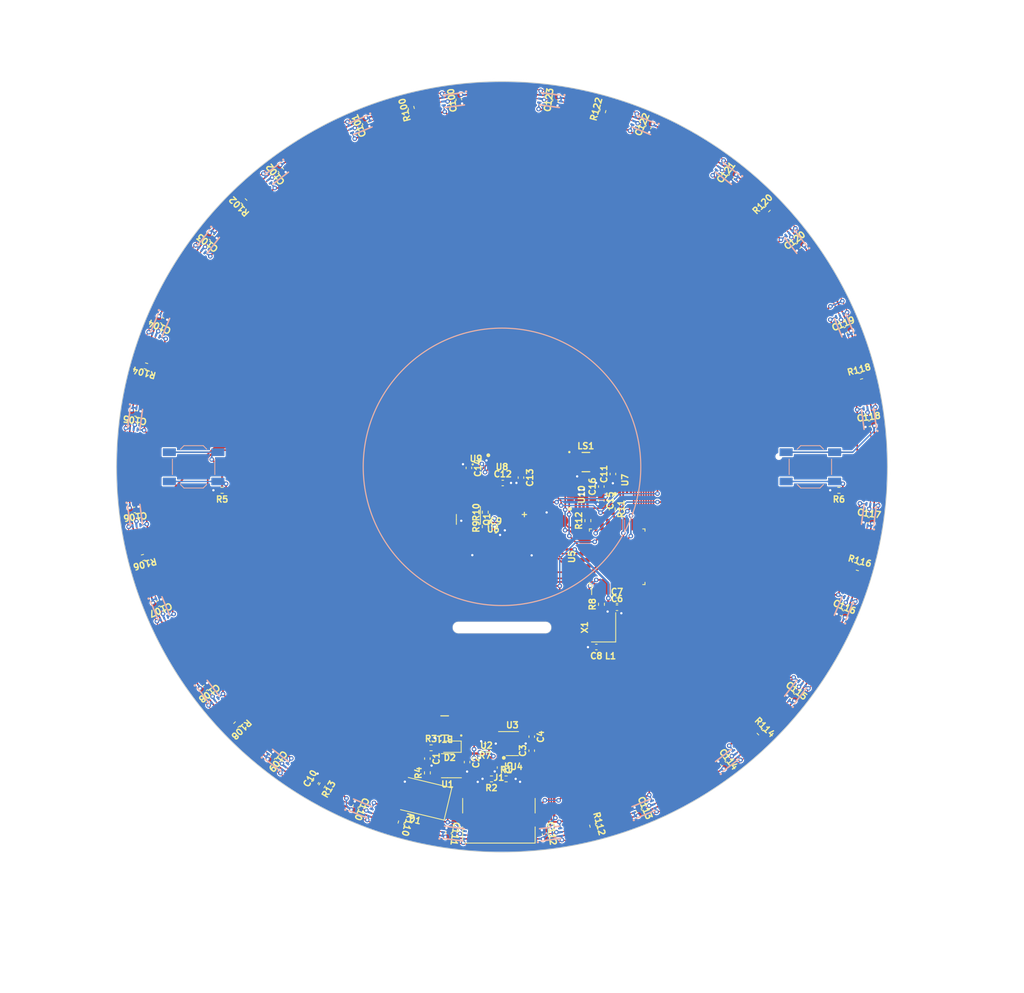
<source format=kicad_pcb>
(kicad_pcb (version 20221018) (generator pcbnew)
  (layers (0 "F.Cu" signal) (31 "B.Cu" signal) (34 "B.Paste" user) (35 "F.Paste" user) (36 "B.SilkS" user "B.Silkscreen") (37 "F.SilkS" user "F.Silkscreen") (38 "B.Mask" user) (39 "F.Mask" user) (44 "Edge.Cuts" user))
  (net 0 "")
  (net 1 "VBAT")
  (net 2 "GND")
  (net 3 "VBUS")
  (net 4 "Net-(U3-BP)")
  (net 5 "VDD")
  (net 6 "VRI")
  (net 7 "Net-(X1-EN)")
  (net 8 "BH1750FVI_DVI")
  (net 9 "Net-(D2-K)")
  (net 10 "Net-(D2-A)")
  (net 11 "BTNB_INTR")
  (net 12 "Net-(Q1-G)")
  (net 13 "Net-(J1-CC1)")
  (net 14 "Net-(J1-CC2)")
  (net 16 "SWCLK")
  (net 17 "Net-(Q1-D)")
  (net 18 "Net-(U10-OUTP)")
  (net 19 "Net-(U10-OUTN)")
  (net 20 "BTNA_INTR")
  (net 21 "SWDIO")
  (net 22 "Net-(U1-PROG)")
  (net 23 "PWR_LATCH")
  (net 24 "Net-(X1-OUT)")
  (net 25 "Net-(U5-PC14)")
  (net 26 "LCD_BL")
  (net 27 "I2Cx_SCL")
  (net 28 "I2Cx_SDA_00")
  (net 29 "I2Cx_SDA_01")
  (net 30 "I2Cx_SDA_02")
  (net 31 "I2Cx_SDA_03")
  (net 32 "I2Cx_SDA_04")
  (net 33 "I2Cx_SDA_05")
  (net 34 "I2Cx_SDA_06")
  (net 35 "I2Cx_SDA_07")
  (net 36 "I2Cx_SDA_08")
  (net 37 "I2Cx_SDA_09")
  (net 38 "I2Cx_SDA_10")
  (net 39 "I2Cx_SDA_11")
  (net 42 "LCD_RSTN")
  (net 44 "FLASH_CS")
  (net 45 "SPI_MISO")
  (net 46 "I2S_SD")
  (net 47 "I2S_WS")
  (net 48 "I2S_CK")
  (net 49 "LCD_DC")
  (net 50 "LCD_CS")
  (net 51 "SPI_MOSI")
  (net 52 "SPI_SCK")
  (net 59 "Net-(U8-ASCX)")
  (net 60 "Net-(U8-ASDX)")
  (footprint "Luminography_footprints:Pads_1x02_P2.5" (layer "F.Cu") (at 92.565 133.565 180)
    (fp_text reference "BT1")
    (fp_text value "LiPo")
  )
  (footprint "Inductor_SMD:L_0402_1005Metric" (layer "F.Cu") (at 114.075 123.385 180)
    (fp_text reference "L1")
    (fp_text value "10n")
  )
  (footprint "Capacitor_SMD:C_0402_1005Metric" (layer "F.Cu") (at 103.8575 135.015 -90)
    (fp_text reference "C4")
    (fp_text value "4.7u")
  )
  (footprint "Capacitor_SMD:C_0402_1005Metric" (layer "F.Cu") (at 52.322541 105.596032 7.5)
    (fp_text reference "C106")
    (fp_text value "100n")
  )
  (footprint "Capacitor_SMD:C_0402_1005Metric" (layer "F.Cu") (at 128.685034 138.491874 127.5)
    (fp_text reference "C114")
    (fp_text value "100n")
  )
  (footprint "Luminography_footprints:TestPoints_1x04_P2.0" (layer "F.Cu") (at 106.805 107.035)
    (fp_text reference "J2" hide)
    (fp_text value "Conn_01x04")
  )
  (footprint "Oscillator:Oscillator_SMD_Abracon_ASE-4Pin_3.2x2.5mm" (layer "F.Cu") (at 113.175 120.825 90)
    (fp_text reference "X1")
    (fp_text value "12.288MHz")
  )
  (footprint "Resistor_SMD:R_0402_1005Metric" (layer "F.Cu") (at 146.189737 113.075315 165)
    (fp_text reference "R116")
    (fp_text value "1.8k")
  )
  (footprint "Capacitor_SMD:C_0402_1005Metric" (layer "F.Cu") (at 95.71 100.14 -90)
    (fp_text reference "C14")
    (fp_text value "2.2u")
  )
  (footprint "Package_TO_SOT_SMD:SOT-23-5" (layer "F.Cu") (at 101.345 135.915)
    (fp_text reference "U3")
    (fp_text value "SPX3819M5-L-3-3")
  )
  (footprint "MMC5603NJ:MMC5603NJ" (layer "F.Cu") (at 96.8 100.14)
    (fp_text reference "U9")
    (fp_text value "MMC5603NJ" hide)
  )
  (footprint "Capacitor_SMD:C_0402_1005Metric" (layer "F.Cu") (at 112.885 104.375 -90)
    (fp_text reference "C15")
    (fp_text value "10u")
  )
  (footprint "Capacitor_SMD:C_0402_1005Metric" (layer "F.Cu") (at 147.501247 106.934483 172.5)
    (fp_text reference "C117")
    (fp_text value "100n")
  )
  (footprint "Diode_SMD:D_SMB" (layer "F.Cu") (at 89.43 142.9 166.5)
    (fp_text reference "D1")
    (fp_text value "SMBJ5.0A")
  )
  (footprint "Capacitor_SMD:C_0402_1005Metric" (layer "F.Cu") (at 105.596032 147.677459 97.5)
    (fp_text reference "C112")
    (fp_text value "100n")
  )
  (footprint "Resistor_SMD:R_0402_1005Metric" (layer "F.Cu") (at 65.581578 133.463828 45)
    (fp_text reference "R108")
    (fp_text value "1.8k")
  )
  (footprint "Capacitor_SMD:C_0402_1005Metric" (layer "F.Cu") (at 95.475 138.315 -90)
    (fp_text reference "C2")
    (fp_text value "10u")
  )
  (footprint "Resistor_SMD:R_0402_1005Metric" (layer "F.Cu") (at 133.463828 134.418422 135)
    (fp_text reference "R114")
    (fp_text value "107")
  )
  (footprint "Resistor_SMD:R_0402_1005Metric" (layer "F.Cu") (at 90.325 139.715 90)
    (fp_text reference "R4")
    (fp_text value "2k")
  )
  (footprint "Capacitor_SMD:C_0402_1005Metric" (layer "F.Cu") (at 137.670046 129.756062 142.5)
    (fp_text reference "C115")
    (fp_text value "100n")
  )
  (footprint "Luminography_footprints:USB_C_Receptacle" (layer "F.Cu") (at 99.6 144.925)
    (fp_text reference "J1")
    (fp_text value "USB_C_Receptacle_PowerOnly_6P")
  )
  (footprint "Capacitor_SMD:C_0402_1005Metric" (layer "F.Cu") (at 70.243938 137.670046 52.5)
    (fp_text reference "C109")
    (fp_text value "100n")
  )
  (footprint "Package_QFP:LQFP-32_7x7mm_P0.8mm" (layer "F.Cu") (at 114.94 111.67 90)
    (fp_text reference "U5")
    (fp_text value "STM32G030K6Tx")
  )
  (footprint "LED_SMD:LED_0603_1608Metric" (layer "F.Cu") (at 93.225 136.315 180)
    (fp_text reference "D2")
    (fp_text value "LED")
  )
  (footprint "Resistor_SMD:R_0402_1005Metric" (layer "F.Cu") (at 111.771314 146.539143 105)
    (fp_text reference "R112")
    (fp_text value "1.8k")
  )
  (footprint "Resistor_SMD:R_0402_1005Metric" (layer "F.Cu") (at 97.83 107.75 90)
    (fp_text reference "R9")
    (fp_text value "1M")
  )
  (footprint "Resistor_SMD:R_0402_1005Metric" (layer "F.Cu") (at 114.295 105.465 -90)
    (fp_text reference "R11")
    (fp_text value "1.8k")
  )
  (footprint "Resistor_SMD:R_0402_1005Metric" (layer "F.Cu") (at 111.14 106.985 90)
    (fp_text reference "R12")
    (fp_text value "1k")
  )
  (footprint "Resistor_SMD:R_0402_1005Metric" (layer "F.Cu") (at 97.805 136.295 180)
    (fp_text reference "R7")
    (fp_text value "1M")
  )
  (footprint "Capacitor_SMD:C_0402_1005Metric" (layer "F.Cu") (at 112.885 102.555 90)
    (fp_text reference "C16")
    (fp_text value "100n")
  )
  (footprint "Capacitor_SMD:C_0402_1005Metric" (layer "F.Cu") (at 144.604528 82.254814 -157.5)
    (fp_text reference "C119")
    (fp_text value "100n")
  )
  (footprint "Resistor_SMD:R_0402_1005Metric" (layer "F.Cu") (at 113.075315 53.810263 -105)
    (fp_text reference "R122")
    (fp_text value "1.8k")
  )
  (footprint "Capacitor_SMD:C_0402_1005Metric" (layer "F.Cu") (at 55.912094 81.007576 -22.5)
    (fp_text reference "C104")
    (fp_text value "100n")
  )
  (footprint "W25Q16JVUXIQ:SON50P300X200X60-9N" (layer "F.Cu") (at 115.965 101.715 90)
    (fp_text reference "U7")
    (fp_text value "W25Q16JVUXIQ" hide)
  )
  (footprint "Capacitor_SMD:C_0402_1005Metric" (layer "F.Cu") (at 138.491874 71.314966 -142.5)
    (fp_text reference "C120")
    (fp_text value "100n")
  )
  (footprint "Capacitor_SMD:C_0402_1005Metric" (layer "F.Cu") (at 99.21 108.23)
    (fp_text reference "C9")
    (fp_text value "100n")
  )
  (footprint "Capacitor_SMD:C_0402_1005Metric" (layer "F.Cu") (at 117.745186 144.604528 112.5)
    (fp_text reference "C113")
    (fp_text value "100n")
  )
  (footprint "Capacitor_SMD:C_0402_1005Metric" (layer "F.Cu") (at 52.498753 93.065517 -7.5)
    (fp_text reference "C105")
    (fp_text value "100n")
  )
  (footprint "Package_TO_SOT_SMD:TSOT-23-5" (layer "F.Cu") (at 92.9375 138.79 180)
    (fp_text reference "U1")
    (fp_text value "LTC4054ES5-4.2")
  )
  (footprint "Resistor_SMD:R_0402_1005Metric" (layer "F.Cu") (at 112.905 117.835 90)
    (fp_text reference "R8")
    (fp_text value "0 TBD")
  )
  (footprint "Capacitor_SMD:C_0402_1005Metric" (layer "F.Cu") (at 81.007576 144.087906 67.5)
    (fp_text reference "C110")
    (fp_text value "100n")
  )
  (footprint "Capacitor_SMD:C_0402_1005Metric" (layer "F.Cu") (at 94.403968 52.322541 -82.5)
    (fp_text reference "C100")
    (fp_text value "100n")
  )
  (footprint "MAX98357AETE+:QFN50P300X300X80-17N" (layer "F.Cu") (at 110.325 103.585 90)
    (fp_text reference "U10")
    (fp_text value "MAX98357AETE+" hide)
  )
  (footprint "Resistor_SMD:R_0402_1005Metric" (layer "F.Cu") (at 63.7 103.05 180)
    (fp_text reference "R5")
    (fp_text value "1M")
  )
  (footprint "Resistor_SMD:R_0402_1005Metric" (layer "F.Cu") (at 143.7 103.05 180)
    (fp_text reference "R6")
    (fp_text value "1M")
  )
  (footprint "Capacitor_SMD:C_0402_1005Metric" (layer "F.Cu") (at 90.325 137.865 -90)
    (fp_text reference "C1")
    (fp_text value "4.7u")
  )
  (footprint "Capacitor_SMD:C_0402_1005Metric" (layer "F.Cu") (at 62.329954 70.243938 -37.5)
    (fp_text reference "C103")
    (fp_text value "100n")
  )
  (footprint "MAX17048G+T10:SON50P200X200X80-9N-D" (layer "F.Cu") (at 101.885 138.915)
    (fp_text reference "U4")
    (fp_text value "MAX17048G+T10" hide)
  )
  (footprint "XS3A1T3157GMX:XS3A1T3157GMX" (layer "F.Cu") (at 97.985 137.705)
    (fp_text reference "U2")
    (fp_text value "XS3A1T3157GMX" hide)
  )
  (footprint "Capacitor_SMD:C_0402_1005Metric" (layer "F.Cu") (at 71.314966 61.508126 -52.5)
    (fp_text reference "C102")
    (fp_text value "100n")
  )
  (footprint "Resistor_SMD:R_0402_1005Metric" (layer "F.Cu") (at 98.635 140.495 180)
    (fp_text reference "R2")
    (fp_text value "5.1k")
  )
  (footprint "Capacitor_SMD:C_0402_1005Metric" (layer "F.Cu") (at 118.992424 55.912094 -112.5)
    (fp_text reference "C122")
    (fp_text value "100n")
  )
  (footprint "Luminography_footprints:Pads_1x02_P2.5" (layer "F.Cu") (at 110.885 99.385)
    (fp_text reference "LS1")
    (fp_text value "Speaker")
  )
  (footprint "Luminography_footprints:FPC_12_P0.7" (layer "F.Cu") (at 100 100)
    (fp_text reference "U6")
    (fp_text value "ZJY128R-IG01")
    (fp_line (start -5.65 20.1) (end 5.65 20.1) (stroke (width 0.05)) (layer "Edge.Cuts"))
    (fp_line (start -5.65 21.6) (end 5.65 21.6) (stroke (width 0.05)) (layer "Edge.Cuts"))
    (fp_arc (start -5.65 21.6) (mid -6.4 20.85) (end -5.65 20.1) (stroke (width 0.05)) (layer "Edge.Cuts"))
    (fp_arc (start 5.65 20.1) (mid 6.4 20.85) (end 5.65 21.6) (stroke (width 0.05)) (layer "Edge.Cuts"))
  )
  (footprint "Resistor_SMD:R_0402_1005Metric" (layer "F.Cu") (at 88.228686 53.460857 -75)
    (fp_text reference "R100")
    (fp_text value "1.8k")
  )
  (footprint "Capacitor_SMD:C_0402_1005Metric" (layer "F.Cu") (at 82.254814 55.395472 -67.5)
    (fp_text reference "C101")
    (fp_text value "100n")
  )
  (footprint "Resistor_SMD:R_0402_1005Metric" (layer "F.Cu") (at 53.460857 111.771314 15)
    (fp_text reference "R106")
    (fp_text value "1.8k")
  )
  (footprint "Resistor_SMD:R_0402_1005Metric" (layer "F.Cu") (at 86.924685 146.189737 75)
    (fp_text reference "R110")
    (fp_text value "1.8k")
  )
  (footprint "Resistor_SMD:R_0402_1005Metric" (layer "F.Cu") (at 134.418422 66.536172 -135)
    (fp_text reference "R120")
    (fp_text value "1.8k")
  )
  (footprint "Resistor_SMD:R_0402_1005Metric" (layer "F.Cu") (at 100.535 140.495)
    (fp_text reference "R1")
    (fp_text value "5.1k")
  )
  (footprint "BMI270:QFN50P300X250X87-14N" (layer "F.Cu") (at 100 100)
    (fp_text reference "U8")
    (fp_text value "BMI270" hide)
  )
  (footprint "Capacitor_SMD:C_0402_1005Metric" (layer "F.Cu") (at 100.1 102.1)
    (fp_text reference "C12")
    (fp_text value "100n")
  )
  (footprint "Capacitor_SMD:C_0402_1005Metric" (layer "F.Cu") (at 93.065517 147.501247 82.5)
    (fp_text reference "C111")
    (fp_text value "100n")
  )
  (footprint "Capacitor_SMD:C_0402_1005Metric" (layer "F.Cu") (at 114.39 100.93 90)
    (fp_text reference "C11")
    (fp_text value "100n")
  )
  (footprint "Package_TO_SOT_SMD:SOT-23" (layer "F.Cu") (at 95.64 106.82 -90)
    (fp_text reference "Q1")
    (fp_text value "2N7002")
  )
  (footprint "Capacitor_SMD:C_0402_1005Metric" (layer "F.Cu") (at 99.745 139.025 -90)
    (fp_text reference "C5")
    (fp_text value "100n")
  )
  (footprint "Capacitor_SMD:C_0402_1005Metric" (layer "F.Cu") (at 61.508126 128.685034 37.5)
    (fp_text reference "C108")
    (fp_text value "100n")
  )
  (footprint "Capacitor_SMD:C_0402_1005Metric" (layer "F.Cu") (at 106.934483 52.498753 -97.5)
    (fp_text reference "C123")
    (fp_text value "100n")
  )
  (footprint "Capacitor_SMD:C_0402_1005Metric" (layer "F.Cu") (at 114.915 117.365)
    (fp_text reference "C7")
    (fp_text value "100n")
  )
  (footprint "Resistor_SMD:R_0402_1005Metric" (layer "F.Cu") (at 97.83 105.89 90)
    (fp_text reference "R10")
    (fp_text value "100")
  )
  (footprint "Capacitor_SMD:C_0402_1005Metric" (layer "F.Cu") (at 55.395472 117.745186 22.5)
    (fp_text reference "C107")
    (fp_text value "100n")
  )
  (footprint "Resistor_SMD:R_0402_1005Metric" (layer "F.Cu") (at 66.536172 65.581578 -45)
    (fp_text reference "R102")
    (fp_text value "1.8k")
  )
  (footprint "Capacitor_SMD:C_0402_1005Metric" (layer "F.Cu") (at 103.8575 136.835 90)
    (fp_text reference "C3")
    (fp_text value "10n")
  )
  (footprint "Resistor_SMD:R_0402_1005Metric" (layer "F.Cu") (at 76.665 141.338327 -120)
    (fp_text reference "R13")
    (fp_text value "1k")
  )
  (footprint "Capacitor_SMD:C_0402_1005Metric" (layer "F.Cu") (at 114.915 118.285)
    (fp_text reference "C6")
    (fp_text value "4.7u")
  )
  (footprint "Resistor_SMD:R_0402_1005Metric" (layer "F.Cu") (at 53.810263 86.924685 -15)
    (fp_text reference "R104")
    (fp_text value "1.8k")
  )
  (footprint "Capacitor_SMD:C_0402_1005Metric" (layer "F.Cu") (at 129.756062 62.329954 -127.5)
    (fp_text reference "C121")
    (fp_text value "100n")
  )
  (footprint "Resistor_SMD:R_0402_1005Metric" (layer "F.Cu") (at 146.539143 88.228686 -165)
    (fp_text reference "R118")
    (fp_text value "1.8k")
  )
  (footprint "Capacitor_SMD:C_0402_1005Metric" (layer "F.Cu") (at 112.235 123.385 180)
    (fp_text reference "C8")
    (fp_text value "100n")
  )
  (footprint "Capacitor_SMD:C_0402_1005Metric" (layer "F.Cu") (at 147.677459 94.403968 -172.5)
    (fp_text reference "C118")
    (fp_text value "100n")
  )
  (footprint "Capacitor_SMD:C_0402_1005Metric" (layer "F.Cu") (at 144.087906 118.992424 157.5)
    (fp_text reference "C116")
    (fp_text value "100n")
  )
  (footprint "Resistor_SMD:R_0402_1005Metric" (layer "F.Cu") (at 90.8 136.465)
    (fp_text reference "R3")
    (fp_text value "6.8k")
  )
  (footprint "Capacitor_SMD:C_0402_1005Metric" (layer "F.Cu") (at 75.859596 140.873327 60)
    (fp_text reference "C10")
    (fp_text value "1u")
  )
  (footprint "Capacitor_SMD:C_0402_1005Metric" (layer "F.Cu") (at 102.46 101.4 -90)
    (fp_text reference "C13")
    (fp_text value "100n")
  )
  (footprint "BH1750FVI-TR:WSOF6" (layer "B.Cu") (at 147.589353 106.265258 82.5)
    (fp_text reference "U117" hide)
    (fp_text value "BH1750FVI-TR" hide)
  )
  (footprint "BH1750FVI-TR:WSOF6" (layer "B.Cu") (at 144.346217 118.368805 67.5)
    (fp_text reference "U116" hide)
    (fp_text value "BH1750FVI-TR" hide)
  )
  (footprint "BH1750FVI-TR:WSOF6" (layer "B.Cu") (at 52.410647 93.734742 -97.5)
    (fp_text reference "U105" hide)
    (fp_text value "BH1750FVI-TR" hide)
  )
  (footprint "BH1750FVI-TR:WSOF6" (layer "B.Cu") (at 106.265258 52.410647 172.5)
    (fp_text reference "U123" hide)
    (fp_text value "BH1750FVI-TR" hide)
  )
  (footprint "BH1750FVI-TR:WSOF6" (layer "B.Cu") (at 70.779451 61.91904 -142.5)
    (fp_text reference "U102" hide)
    (fp_text value "BH1750FVI-TR" hide)
  )
  (footprint "BH1750FVI-TR:WSOF6" (layer "B.Cu") (at 61.91904 70.779452 -127.5)
    (fp_text reference "U103" hide)
    (fp_text value "BH1750FVI-TR" hide)
  )
  (footprint "BH1750FVI-TR:WSOF6" (layer "B.Cu") (at 93.734743 52.410647 -172.5)
    (fp_text reference "U100" hide)
    (fp_text value "BH1750FVI-TR" hide)
  )
  (footprint "BH1750FVI-TR:WSOF6" (layer "B.Cu") (at 93.734742 147.589353 -7.5)
    (fp_text reference "U111" hide)
    (fp_text value "BH1750FVI-TR" hide)
  )
  (footprint "BH1750FVI-TR:WSOF6" (layer "B.Cu") (at 138.08096 129.220548 52.5)
    (fp_text reference "U115" hide)
    (fp_text value "BH1750FVI-TR" hide)
  )
  (footprint "BH1750FVI-TR:WSOF6" (layer "B.Cu") (at 144.346218 81.631195 112.5)
    (fp_text reference "U119" hide)
    (fp_text value "BH1750FVI-TR" hide)
  )
  (footprint "BH1750FVI-TR:WSOF6" (layer "B.Cu") (at 138.08096 70.779451 127.5)
    (fp_text reference "U120" hide)
    (fp_text value "BH1750FVI-TR" hide)
  )
  (footprint "BH1750FVI-TR:WSOF6" (layer "B.Cu") (at 147.589353 93.734743 97.5)
    (fp_text reference "U118" hide)
    (fp_text value "BH1750FVI-TR" hide)
  )
  (footprint "BH1750FVI-TR:WSOF6" (layer "B.Cu") (at 55.653782 118.368805 -67.5)
    (fp_text reference "U107" hide)
    (fp_text value "BH1750FVI-TR" hide)
  )
  (footprint "BH1750FVI-TR:WSOF6" (layer "B.Cu") (at 70.779452 138.08096 -37.5)
    (fp_text reference "U109" hide)
    (fp_text value "BH1750FVI-TR" hide)
  )
  (footprint "BH1750FVI-TR:WSOF6" (layer "B.Cu") (at 106.265257 147.589353 7.5)
    (fp_text reference "U112" hide)
    (fp_text value "BH1750FVI-TR" hide)
  )
  (footprint "BH1750FVI-TR:WSOF6" (layer "B.Cu") (at 81.631195 144.346217 -22.5)
    (fp_text reference "U110" hide)
    (fp_text value "BH1750FVI-TR" hide)
  )
  (footprint "BH1750FVI-TR:WSOF6" (layer "B.Cu") (at 61.91904 129.220549 -52.5)
    (fp_text reference "U108" hide)
    (fp_text value "BH1750FVI-TR" hide)
  )
  (footprint "BH1750FVI-TR:WSOF6" (layer "B.Cu") (at 81.631195 55.653782 -157.5)
    (fp_text reference "U101" hide)
    (fp_text value "BH1750FVI-TR" hide)
  )
  (footprint "BH1750FVI-TR:WSOF6" (layer "B.Cu") (at 55.653783 81.631195 -112.5)
    (fp_text reference "U104" hide)
    (fp_text value "BH1750FVI-TR" hide)
  )
  (footprint "BH1750FVI-TR:WSOF6" (layer "B.Cu") (at 129.220549 138.08096 37.5)
    (fp_text reference "U114" hide)
    (fp_text value "BH1750FVI-TR" hide)
  )
  (footprint "BH1750FVI-TR:WSOF6" (layer "B.Cu") (at 118.368805 144.346218 22.5)
    (fp_text reference "U113" hide)
    (fp_text value "BH1750FVI-TR" hide)
  )
  (footprint "BH1750FVI-TR:WSOF6" (layer "B.Cu") (at 52.410647 106.265257 -82.5)
    (fp_text reference "U106" hide)
    (fp_text value "BH1750FVI-TR" hide)
  )
  (footprint "BH1750FVI-TR:WSOF6" (layer "B.Cu") (at 129.220548 61.91904 142.5)
    (fp_text reference "U121" hide)
    (fp_text value "BH1750FVI-TR" hide)
  )
  (footprint "BH1750FVI-TR:WSOF6" (layer "B.Cu") (at 118.368805 55.653783 157.5)
    (fp_text reference "U122" hide)
    (fp_text value "BH1750FVI-TR" hide)
  )
  (footprint "Button_Switch_SMD:SW_SPST_TL3342" (layer "B.Cu") (at 140 100 180)
    (fp_text reference "SW2" hide)
    (fp_text value "SW_Push")
  )
  (footprint "Button_Switch_SMD:SW_SPST_TL3342" (layer "B.Cu") (at 60 100 180)
    (fp_text reference "SW1" hide)
    (fp_text value "SW_Push")
  )
  (gr_circle (center 100 100) (end 149.572243 93.47369) (stroke (width 0.1)) (fill none) (layer "Edge.Cuts"))
  (segment (start 93.21 132.96) (end 93.815 133.565) (width 0.2) (layer "F.Cu") (net 1))
  (segment (start 95.47 137.84) (end 95.475 137.835) (width 0.3) (layer "F.Cu") (net 1))
  (segment (start 62.35 99.04) (end 63.69 100.38) (width 0.2) (layer "F.Cu") (net 1))
  (segment (start 92.5 132.25) (end 92.9 132.25) (width 0.2) (layer "F.Cu") (net 1))
  (segment (start 94.075 137.84) (end 94.785 137.84) (width 0.3) (layer "F.Cu") (net 1))
  (segment (start 97.305286 137.205) (end 97.135127 137.034841) (width 0.3) (layer "F.Cu") (net 1))
  (segment (start 97.685 137.205) (end 97.305286 137.205) (width 0.3) (layer "F.Cu") (net 1))
  (segment (start 63.69 100.38) (end 63.69 103.44) (width 0.2) (layer "F.Cu") (net 1))
  (segment (start 92.9 132.25) (end 93.21 132.56) (width 0.2) (layer "F.Cu") (net 1))
  (segment (start 95.475 137.835) (end 96.105 137.205) (width 0.3) (layer "F.Cu") (net 1))
  (segment (start 94.785 137.84) (end 95.47 137.84) (width 0.3) (layer "F.Cu") (net 1))
  (segment (start 98.725 137.705) (end 98.285 137.705) (width 0.3) (layer "F.Cu") (net 1))
  (segment (start 63.69 103.44) (end 92.5 132.25) (width 0.2) (layer "F.Cu") (net 1))
  (segment (start 98.885 137.545) (end 98.725 137.705) (width 0.3) (layer "F.Cu") (net 1))
  (segment (start 93.21 132.56) (end 93.21 132.96) (width 0.2) (layer "F.Cu") (net 1))
  (segment (start 96.105 137.205) (end 97.685 137.205) (width 0.3) (layer "F.Cu") (net 1))
  (segment (start 93.815 134.075) (end 94.785 135.045) (width 0.3) (layer "F.Cu") (net 1))
  (segment (start 94.785 135.045) (end 94.785 137.84) (width 0.3) (layer "F.Cu") (net 1))
  (segment (start 93.815 133.565) (end 93.815 134.075) (width 0.3) (layer "F.Cu") (net 1))
  (via (at 98.885 137.545) (size 0.6) (drill 0.3) (layers "F.Cu" "B.Cu") (net 1))
  (via (at 62.35 99.04) (size 0.6) (drill 0.3) (layers "F.Cu" "B.Cu") (net 1))
  (via (at 97.135127 137.034841) (size 0.6) (drill 0.3) (layers "F.Cu" "B.Cu") (net 1))
  (segment (start 98.374841 137.034841) (end 97.135127 137.034841) (width 0.3) (layer "B.Cu") (net 1))
  (segment (start 62.35 99.04) (end 62.35 98.6) (width 0.2) (layer "B.Cu") (net 1))
  (segment (start 62.35 98.6) (end 62.4 98.55) (width 0.2) (layer "B.Cu") (net 1))
  (segment (start 56.85 98.1) (end 63.15 98.1) (width 0.2) (layer "B.Cu") (net 1))
  (segment (start 98.885 137.545) (end 98.374841 137.034841) (width 0.3) (layer "B.Cu") (net 1))
  (segment (start 76.099596 140.457635) (end 76.099596 139.819596) (width 0.2) (layer "F.Cu") (net 2))
  (segment (start 143.19 103.05) (end 142.58 103.05) (width 0.2) (layer "F.Cu") (net 2))
  (segment (start 96.6 99.94) (end 95.99 99.94) (width 0.2) (layer "F.Cu") (net 2))
  (segment (start 98.125 140.495) (end 97.485 140.495) (width 0.3) (layer "F.Cu") (net 2))
  (segment (start 94.69 105.8825) (end 94.69 106.97) (width 0.3) (layer "F.Cu") (net 2))
  (segment (start 102.135 139.165) (end 101.885 138.915) (width 0.3) (layer "F.Cu") (net 2))
  (segment (start 113.7 118.78) (end 113.7 119.475) (width 0.2) (layer "F.Cu") (net 2))
  (segment (start 90.865 138.775) (end 90.255 138.775) (width 0.5) (layer "F.Cu") (net 2))
  (segment (start 110.075 102.135) (end 110.075 103.335) (width 0.3) (layer "F.Cu") (net 2))
  (segment (start 95.47 138.79) (end 95.475 138.795) (width 0.3) (layer "F.Cu") (net 2))
  (segment (start 112.225 102.075) (end 112.885 102.075) (width 0.2) (layer "F.Cu") (net 2))
  (segment (start 99.745 139.505) (end 99.905 139.665) (width 0.3) (layer "F.Cu") (net 2))
  (segment (start 63.19 103.05) (end 62.58 103.05) (width 0.2) (layer "F.Cu") (net 2))
  (segment (start 97.160084 137.705) (end 97.090084 137.775) (width 0.3) (layer "F.Cu") (net 2))
  (segment (start 91.315 135.195) (end 91.335 135.215) (width 0.3) (layer "F.Cu") (net 2))
  (segment (start 102.35 142.025) (end 102.35 140.88) (width 0.5) (layer "F.Cu") (net 2))
  (segment (start 115.48 119) (end 115.48 118.37) (width 0.2) (layer "F.Cu") (net 2))
  (segment (start 110.075 103.835) (end 110.325 103.585) (width 0.3) (layer "F.Cu") (net 2))
  (segment (start 112.205 102.095) (end 112.225 102.075) (width 0.2) (layer "F.Cu") (net 2))
  (segment (start 111.165 123.385) (end 111.15 123.4) (width 0.2) (layer "F.Cu") (net 2))
  (segment (start 95.475 138.795) (end 95.475 139.545) (width 0.3) (layer "F.Cu") (net 2))
  (segment (start 110.075 101.565) (end 109.75 101.24) (width 0.2) (layer "F.Cu") (net 2))
  (segment (start 101.295 138.165) (end 101.885 138.755) (width 0.3) (layer "F.Cu") (net 2))
  (segment (start 101.885 138.755) (end 101.885 138.915) (width 0.3) (layer "F.Cu") (net 2))
  (segment (start 103.075 135.905) (end 103.935 135.905) (width 0.5) (layer "F.Cu") (net 2))
  (segment (start 97.295 136.295) (end 97.295 135.605) (width 0.2) (layer "F.Cu") (net 2))
  (segment (start 94.075 138.79) (end 95.47 138.79) (width 0.3) (layer "F.Cu") (net 2))
  (segment (start 110.075 103.335) (end 110.325 103.585) (width 0.3) (layer "F.Cu") (net 2))
  (segment (start 102.35 140.88) (end 102.345 140.875) (width 0.3) (layer "F.Cu") (net 2))
  (segment (start 91.315 133.565) (end 91.315 135.195) (width 0.3) (layer "F.Cu") (net 2))
  (segment (start 99.905 139.665) (end 100.885 139.665) (width 0.3) (layer "F.Cu") (net 2))
  (segment (start 101.885 139.095) (end 101.885 138.915) (width 0.3) (layer "F.Cu") (net 2))
  (segment (start 101.045 140.495) (end 101.775 140.495) (width 0.3) (layer "F.Cu") (net 2))
  (segment (start 115.34 118.23) (end 115.395 118.285) (width 0.3) (layer "F.Cu") (net 2))
  (segment (start 108.875 103.835) (end 110.075 103.835) (width 0.3) (layer "F.Cu") (net 2))
  (segment (start 100.36 108.23) (end 100.37 108.24) (width 0.3) (layer "F.Cu") (net 2))
  (segment (start 90.325 138.345) (end 90.325 139.205) (width 0.3) (layer "F.Cu") (net 2))
  (segment (start 96.15 110.1) (end 96.15 111.46) (width 0.3) (layer "F.Cu") (net 2))
  (segment (start 87.4 140.856007) (end 87.4 142.44) (width 0.5) (layer "F.Cu") (net 2))
  (segment (start 100.2075 135.915) (end 99.195 135.915) (width 0.5) (layer "F.Cu") (net 2))
  (segment (start 101.315 139.665) (end 101.885 139.095) (width 0.3) (layer "F.Cu") (net 2))
  (segment (start 110.075 102.135) (end 110.075 101.565) (width 0.2) (layer "F.Cu") (net 2))
  (segment (start 113.7 119.475) (end 114 119.775) (width 0.2) (layer "F.Cu") (net 2))
  (segment (start 76.099596 139.819596) (end 76.09 139.81) (width 0.2) (layer "F.Cu") (net 2))
  (segment (start 95.71 99.66) (end 94.94 99.66) (width 0.2) (layer "F.Cu") (net 2))
  (segment (start 62.58 103.05) (end 62.57 103.04) (width 0.2) (layer "F.Cu") (net 2))
  (segment (start 100.885 138.165) (end 101.295 138.165) (width 0.3) (layer "F.Cu") (net 2))
  (segment (start 111.755 123.385) (end 111.165 123.385) (width 0.2) (layer "F.Cu") (net 2))
  (segment (start 96.85 142.025) (end 96.85 140.89) (width 0.5) (layer "F.Cu") (net 2))
  (segment (start 100.885 139.665) (end 101.315 139.665) (width 0.3) (layer "F.Cu") (net 2))
  (segment (start 99.075 139.505) (end 99.055 139.525) (width 0.3) (layer "F.Cu") (net 2))
  (segment (start 115.48 118.37) (end 115.395 118.285) (width 0.2) (layer "F.Cu") (net 2))
  (segment (start 102.885 139.165) (end 102.135 139.165) (width 0.3) (layer "F.Cu") (net 2))
  (segment (start 97.685 137.705) (end 97.160084 137.705) (width 0.3) (layer "F.Cu") (net 2))
  (segment (start 110.575 105.035) (end 110.575 103.835) (width 0.3) (layer "F.Cu") (net 2))
  (segment (start 112.430667 104.83599) (end 112.449677 104.855) (width 0.2) (layer "F.Cu") (net 2))
  (segment (start 103.85 111.49) (end 103.85 110.1) (width 0.3) (layer "F.Cu") (net 2))
  (segment (start 99.69 108.23) (end 100.36 108.23) (width 0.3) (layer "F.Cu") (net 2))
  (segment (start 110.575 103.835) (end 110.325 103.585) (width 0.3) (layer "F.Cu") (net 2))
  (segment (start 142.58 103.05) (end 142.57 103.04) (width 0.2) (layer "F.Cu") (net 2))
  (segment (start 115.34 115.845) (end 115.34 118.23) (width 0.3) (layer "F.Cu") (net 2))
  (segment (start 114.39 102.12) (end 114.38 102.13) (width 0.2) (layer "F.Cu") (net 2))
  (segment (start 103.8575 135.495) (end 103.8575 136.355) (width 0.3) (layer "F.Cu") (net 2))
  (segment (start 112.449677 104.855) (end 112.885 104.855) (width 0.2) (layer "F.Cu") (net 2))
  (segment (start 98.5 99.25) (end 98.07 99.25) (width 0.2) (layer "F.Cu") (net 2))
  (segment (start 105.805 107.035) (end 105.805 105.935) (width 0.3) (layer "F.Cu") (net 2))
  (segment (start 96.85 140.89) (end 96.855 140.885) (width 0.3) (layer "F.Cu") (net 2))
  (segment (start 94.69 106.97) (end 94.72 107) (width 0.3) (layer "F.Cu") (net 2))
  (segment (start 98.07 99.25) (end 97.99 99.17) (width 0.2) (layer "F.Cu") (net 2))
  (segment (start 99.745 139.505) (end 99.075 139.505) (width 0.3) (layer "F.Cu") (net 2))
  (segment (start 97.485 140.495) (end 97.475 140.485) (width 0.3) (layer "F.Cu") (net 2))
  (segment (start 95.99 99.94) (end 95.71 99.66) (width 0.2) (layer "F.Cu") (net 2))
  (segment (start 105.805 105.935) (end 105.79 105.92) (width 0.3) (layer "F.Cu") (net 2))
  (via (at 102.345 140.875) (size 0.6) (drill 0.3) (layers "F.Cu" "B.Cu") (net 2))
  (via (at 71.942676 61.751238) (size 0.6) (drill 0.3) (layers "F.Cu" "B.Cu") (net 2))
  (via (at 112.430667 104.83599) (size 0.6) (drill 0.3) (layers "F.Cu" "B.Cu") (net 2))
  (via (at 138.248762 71.942676) (size 0.6) (drill 0.3) (layers "F.Cu" "B.Cu") (net 2))
  (via (at 101.775 140.495) (size 0.6) (drill 0.3) (layers "F.Cu" "B.Cu") (net 2))
  (via (at 90.865 138.775) (size 0.6) (drill 0.3) (layers "F.Cu" "B.Cu") (net 2))
  (via (at 101.17 102.09) (size 0.6) (drill 0.3) (layers "F.Cu" "B.Cu") (net 2))
  (via (at 143.422736 119.095738) (size 0.6) (drill 0.3) (layers "F.Cu" "B.Cu") (net 2))
  (via (at 119.095738 56.577264) (size 0.6) (drill 0.3) (layers "F.Cu" "B.Cu") (net 2))
  (via (at 76.09 139.81) (size 0.6) (drill 0.3) (layers "F.Cu" "B.Cu") (net 2))
  (via (at 97.090084 137.775) (size 0.6) (drill 0.3) (layers "F.Cu" "B.Cu") (net 2))
  (via (at 101.87 102.09) (size 0.6) (drill 0.3) (layers "F.Cu" "B.Cu") (net 2))
  (via (at 110.62 102.98) (size 0.6) (drill 0.3) (layers "F.Cu" "B.Cu") (net 2))
  (via (at 94.94 99.66) (size 0.6) (drill 0.3) (layers "F.Cu" "B.Cu") (net 2))
  (via (at 110.02 102.98) (size 0.6) (drill 0.3) (layers "F.Cu" "B.Cu") (net 2))
  (via (at 97.295 135.605) (size 0.6) (drill 0.3) (layers "F.Cu" "B.Cu") (net 2))
  (via (at 96.15 111.46) (size 0.6) (drill 0.3) (layers "F.Cu" "B.Cu") (net 2))
  (via (at 103.075 135.905) (size 0.6) (drill 0.3) (layers "F.Cu" "B.Cu") (net 2))
  (via (at 115.48 119) (size 0.6) (drill 0.3) (layers "F.Cu" "B.Cu") (net 2))
  (via (at 111.15 123.4) (size 0.6) (drill 0.3) (layers "F.Cu" "B.Cu") (net 2))
  (via (at 82.798215 55.792762) (size 0.6) (drill 0.3) (layers "F.Cu" "B.Cu") (net 2))
  (via (at 96.855 140.885) (size 0.6) (drill 0.3) (layers "F.Cu" "B.Cu") (net 2))
  (via (at 56.577264 80.904262) (size 0.6) (drill 0.3) (layers "F.Cu" "B.Cu") (net 2))
  (via (at 114.38 102.13) (size 0.6) (drill 0.3) (layers "F.Cu" "B.Cu") (net 2))
  (via (at 147.153062 94.826026) (size 0.6) (drill 0.3) (layers "F.Cu" "B.Cu") (net 2))
  (via (at 99.055 139.525) (size 0.6) (drill 0.3) (layers "F.Cu" "B.Cu") (net 2))
  (via (at 97.99 99.17) (size 0.6) (drill 0.3) (layers "F.Cu" "B.Cu") (net 2))
  (via (at 146.885483 107.206437) (size 0.6) (drill 0.3) (layers "F.Cu" "B.Cu") (net 2))
  (via (at 70.316303 137.000801) (size 0.6) (drill 0.3) (layers "F.Cu" "B.Cu") (net 2))
  (via (at 128.057324 138.248762) (size 0.6) (drill 0.3) (layers "F.Cu" "B.Cu") (net 2))
  (via (at 144.207238 82.798215) (size 0.6) (drill 0.3) (layers "F.Cu" "B.Cu") (net 2))
  (via (at 52.846938 105.173974) (size 0.6) (drill 0.3) (layers "F.Cu" "B.Cu") (net 2))
  (via (at 94.72 107) (size 0.6) (drill 0.3) (layers "F.Cu" "B.Cu") (net 2))
  (via (at 103.85 111.49) (size 0.6) (drill 0.3) (layers "F.Cu" "B.Cu") (net 2))
  (via (at 97.475 140.485) (size 0.6) (drill 0.3) (layers "F.Cu" "B.Cu") (net 2))
  (via (at 117.201785 144.207238) (size 0.6) (drill 0.3) (layers "F.Cu" "B.Cu") (net 2))
  (via (at 91.335 135.215) (size 0.6) (drill 0.3) (layers "F.Cu" "B.Cu") (net 2))
  (via (at 109.75 101.24) (size 0.6) (drill 0.3) (layers "F.Cu" "B.Cu") (net 2))
  (via (at 113.7 118.78) (size 0.6) (drill 0.3) (layers "F.Cu" "B.Cu") (net 2))
  (via (at 137.000801 129.683697) (size 0.6) (drill 0.3) (layers "F.Cu" "B.Cu") (net 2))
  (via (at 110.62 103.58) (size 0.6) (drill 0.3) (layers "F.Cu" "B.Cu") (net 2))
  (via (at 95.475 139.545) (size 0.6) (drill 0.3) (layers "F.Cu" "B.Cu") (net 2))
  (via (at 105.173974 147.153062) (size 0.6) (drill 0.3) (layers "F.Cu" "B.Cu") (net 2))
  (via (at 62.57 103.04) (size 0.6) (drill 0.3) (layers "F.Cu" "B.Cu") (net 2))
  (via (at 94.826026 52.846938) (size 0.6) (drill 0.3) (layers "F.Cu" "B.Cu") (net 2))
  (via (at 92.793563 146.885483) (size 0.6) (drill 0.3) (layers "F.Cu" "B.Cu") (net 2))
  (via (at 110.02 103.58) (size 0.6) (drill 0.3) (layers "F.Cu" "B.Cu") (net 2))
  (via (at 107.206437 53.114517) (size 0.6) (drill 0.3) (layers "F.Cu" "B.Cu") (net 2))
  (via (at 99.195 135.915) (size 0.6) (drill 0.3) (layers "F.Cu" "B.Cu") (net 2))
  (via (at 61.751238 128.057324) (size 0.6) (drill 0.3) (layers "F.Cu" "B.Cu") (net 2))
  (via (at 62.999199 70.316303) (size 0.6) (drill 0.3) (layers "F.Cu" "B.Cu") (net 2))
  (via (at 100.37 108.24) (size 0.6) (drill 0.3) (layers "F.Cu" "B.Cu") (net 2))
  (via (at 105.79 105.92) (size 0.6) (drill 0.3) (layers "F.Cu" "B.Cu") (net 2))
  (via (at 112.205 102.095) (size 0.6) (drill 0.3) (layers "F.Cu" "B.Cu") (net 2))
  (via (at 99.75 108.84) (size 0.6) (drill 0.3) (layers "F.Cu" "B.Cu") (net 2))
  (via (at 53.114517 92.793563) (size 0.6) (drill 0.3) (layers "F.Cu" "B.Cu") (net 2))
  (via (at 87.4 140.856007) (size 0.6) (drill 0.3) (layers "F.Cu" "B.Cu") (net 2))
  (via (at 80.904262 143.422736) (size 0.6) (drill 0.3) (layers "F.Cu" "B.Cu") (net 2))
  (via (at 142.57 103.04) (size 0.6) (drill 0.3) (layers "F.Cu" "B.Cu") (net 2))
  (via (at 129.683697 62.999199) (size 0.6) (drill 0.3) (layers "F.Cu" "B.Cu") (net 2))
  (via (at 55.792762 117.201785) (size 0.6) (drill 0.3) (layers "F.Cu" "B.Cu") (net 2))
  (segment (start 138.521206 72.174737) (end 138.917883 71.870356) (width 0.2) (layer "B.Cu") (net 2))
  (segment (start 61.478794 127.825263) (end 61.082117 128.129644) (width 0.2) (layer "B.Cu") (net 2))
  (segment (start 104.836744 147.273005) (end 104.902007 147.768728) (width 0.2) (layer "B.Cu") (net 2))
  (segment (start 127.825263 138.521206) (end 128.129644 138.917883) (width 0.2) (layer "B.Cu") (net 2))
  (segment (start 56.641912 80.552203) (end 56.179972 80.360861) (width 0.2) (layer "B.Cu") (net 2))
  (segment (start 143.358075 119.447698) (end 143.820015 119.63904) (width 0.2) (layer "B.Cu") (net 2))
  (segment (start 119.447698 56.641925) (end 119.63904 56.179985) (width 0.2) (layer "B.Cu") (net 2))
  (segment (start 95.163243 52.726896) (end 95.097979 52.231173) (width 0.2) (layer "B.Cu") (net 2))
  (segment (start 80.552302 143.358075) (end 80.36096 143.820015) (width 0.2) (layer "B.Cu") (net 2))
  (segment (start 147.273005 95.163256) (end 147.768728 95.097993) (width 0.2) (layer "B.Cu") (net 2))
  (segment (start 72.174724 61.478695) (end 71.870343 61.082018) (width 0.2) (layer "B.Cu") (net 2))
  (segment (start 52.726995 104.836744) (end 52.231272 104.902007) (width 0.2) (layer "B.Cu") (net 2))
  (segment (start 90.29 136.465) (end 90.29 137.35) (width 0.2) (layer "F.Cu") (net 3))
  (segment (start 91.520595 143.401908) (end 91.577503 143.345) (width 0.5) (layer "F.Cu") (net 3))
  (segment (start 100.605 143.195) (end 101.17 142.63) (width 0.5) (layer "F.Cu") (net 3))
  (segment (start 97.305 143.345) (end 98.03 142.62) (width 0.5) (layer "F.Cu") (net 3))
  (segment (start 91.577503 143.345) (end 97.305 143.345) (width 0.5) (layer "F.Cu") (net 3))
  (segment (start 91.91 137.84) (end 91.8 137.84) (width 0.3) (layer "F.Cu") (net 3))
  (segment (start 98.03 142.63) (end 98.595 143.195) (width 0.5) (layer "F.Cu") (net 3))
  (segment (start 92.7325 142.190003) (end 92.7325 138.6625) (width 0.3) (layer "F.Cu") (net 3))
  (segment (start 98.03 142.62) (end 98.03 142.025) (width 0.5) (layer "F.Cu") (net 3))
  (segment (start 101.17 142.63) (end 101.17 142.025) (width 0.5) (layer "F.Cu") (net 3))
  (segment (start 90.29 137.35) (end 90.325 137.385) (width 0.2) (layer "F.Cu") (net 3))
  (segment (start 98.03 142.025) (end 98.03 142.63) (width 0.5) (layer "F.Cu") (net 3))
  (segment (start 90.78 137.84) (end 90.325 137.385) (width 0.3) (layer "F.Cu") (net 3))
  (segment (start 91.520595 143.401908) (end 92.7325 142.190003) (width 0.3) (layer "F.Cu") (net 3))
  (segment (start 91.8 137.84) (end 90.78 137.84) (width 0.3) (layer "F.Cu") (net 3))
  (segment (start 92.7325 138.6625) (end 91.91 137.84) (width 0.3) (layer "F.Cu") (net 3))
  (segment (start 98.595 143.195) (end 100.605 143.195) (width 0.5) (layer "F.Cu") (net 3))
  (segment (start 102.4825 136.865) (end 103.4075 136.865) (width 0.3) (layer "F.Cu") (net 4))
  (segment (start 103.4075 136.865) (end 103.8575 137.315) (width 0.3) (layer "F.Cu") (net 4))
  (segment (start 113.42 104.42) (end 113.415 104.425) (width 0.2) (layer "F.Cu") (net 5))
  (segment (start 95.71 100.62) (end 97.19 102.1) (width 0.2) (layer "F.Cu") (net 5))
  (segment (start 106.77 137.4475) (end 103.8575 134.535) (width 0.3) (layer "F.Cu") (net 5))
  (segment (start 109.43 110.72) (end 107.976791 110.72) (width 0.3) (layer "F.Cu") (net 5))
  (segment (start 103.4275 134.965) (end 103.8575 134.535) (width 0.3) (layer "F.Cu") (net 5))
  (segment (start 101.025 100.75) (end 101.5 100.75) (width 0.2) (layer "F.Cu") (net 5))
  (segment (start 100.44 106.72) (end 100.755 107.035) (width 0.2) (layer "F.Cu") (net 5))
  (segment (start 97.19 102.1) (end 99.62 102.1) (width 0.2) (layer "F.Cu") (net 5))
  (segment (start 111.075 105.195) (end 111.25 105.37) (width 0.2) (layer "F.Cu") (net 5))
  (segment (start 99.95 100.225) (end 100.5 100.225) (width 0.2) (layer "F.Cu") (net 5))
  (segment (start 106.251198 104.588802) (end 103.805 107.035) (width 0.2) (layer "F.Cu") (net 5))
  (segment (start 100.755 107.035) (end 103.805 107.035) (width 0.2) (layer "F.Cu") (net 5))
  (segment (start 113.79 117.05) (end 113.79 117.64) (width 0.3) (layer "F.Cu") (net 5))
  (segment (start 114.435 118.285) (end 114.91 118.76) (width 0.3) (layer "F.Cu") (net 5))
  (segment (start 102.29 100.75) (end 102.46 100.92) (width 0.2) (layer "F.Cu") (net 5))
  (segment (start 77.698109 140.896654) (end 76.92 140.896654) (width 0.2) (layer "F.Cu") (net 5))
  (segment (start 104.291791 107.035) (end 103.805 107.035) (width 0.3) (layer "F.Cu") (net 5))
  (segment (start 107.088409 104.588802) (end 106.251198 104.588802) (width 0.2) (layer "F.Cu") (net 5))
  (segment (start 114.54 115.845) (end 114.54 118.18) (width 0.3) (layer "F.Cu") (net 5))
  (segment (start 113.42 103.92) (end 113.42 104.42) (width 0.2) (layer "F.Cu") (net 5))
  (segment (start 99.62 102.1) (end 99.62 101.27) (width 0.2) (layer "F.Cu") (net 5))
  (segment (start 111.075 105.035) (end 111.075 105.195) (width 0.2) (layer "F.Cu") (net 5))
  (segment (start 99.62 102.1) (end 99.62 106.71) (width 0.2) (layer "F.Cu") (net 5))
  (segment (start 113.79 117.64) (end 114.435 118.285) (width 0.3) (layer "F.Cu") (net 5))
  (segment (start 79.824567 143.023112) (end 77.698109 140.896654) (width 0.2) (layer "F.Cu") (net 5))
  (segment (start 113.43 103.91) (end 113.86 103.48) (width 0.2) (layer "F.Cu") (net 5))
  (segment (start 113.192998 105.37) (end 113.415 105.147998) (width 0.2) (layer "F.Cu") (net 5))
  (segment (start 101.5 100.75) (end 102.29 100.75) (width 0.2) (layer "F.Cu") (net 5))
  (segment (start 113.415 105.147998) (end 113.415 104.425) (width 0.2) (layer "F.Cu") (net 5))
  (segment (start 103.8575 134.3425) (end 114.56 123.64) (width 0.3) (layer "F.Cu") (net 5))
  (segment (start 99.04 106.72) (end 100.44 106.72) (width 0.2) (layer "F.Cu") (net 5))
  (segment (start 96.6 100.34) (end 95.99 100.34) (width 0.2) (layer "F.Cu") (net 5))
  (segment (start 114.91 118.76) (end 114.91 123.035) (width 0.3) (layer "F.Cu") (net 5))
  (segment (start 113.43 103.91) (end 113.42 103.92) (width 0.2) (layer "F.Cu") (net 5))
  (segment (start 106.92 145.554896) (end 106.77 145.404896) (width 0.3) (layer "F.Cu") (net 5))
  (segment (start 99.5 101.15) (end 99.5 100.675) (width 0.2) (layer "F.Cu") (net 5))
  (segment (start 111.25 105.37) (end 113.192998 105.37) (width 0.2) (layer "F.Cu") (net 5))
  (segment (start 100.5 98.85) (end 100.5 100.225) (width 0.2) (layer "F.Cu") (net 5))
  (segment (start 114.91 123.035) (end 114.56 123.385) (width 0.3) (layer "F.Cu") (net 5))
  (segment (start 113.415 104.425) (end 112.885 103.895) (width 0.2) (layer "F.Cu") (net 5))
  (segment (start 103.8575 134.535) (end 103.8575 134.3425) (width 0.3) (layer "F.Cu") (net 5))
  (segment (start 106.77 145.404896) (end 106.77 137.4475) (width 0.3) (layer "F.Cu") (net 5))
  (segment (start 115.08 100.45) (end 115.215 100.315) (width 0.2) (layer "F.Cu") (net 5))
  (segment (start 100.5 100.225) (end 101.025 100.75) (width 0.2) (layer "F.Cu") (net 5))
  (segment (start 107.976791 110.72) (end 104.291791 107.035) (width 0.3) (layer "F.Cu") (net 5))
  (segment (start 114.54 118.18) (end 114.435 118.285) (width 0.3) (layer "F.Cu") (net 5))
  (segment (start 95.99 100.34) (end 95.71 100.62) (width 0.2) (layer "F.Cu") (net 5))
  (segment (start 98.73 108.05) (end 99.02 107.76) (width 0.2) (layer "F.Cu") (net 5))
  (segment (start 102.4825 134.965) (end 103.4275 134.965) (width 0.3) (layer "F.Cu") (net 5))
  (segment (start 113.86 100.98) (end 114.39 100.45) (width 0.2) (layer "F.Cu") (net 5))
  (segment (start 113.86 103.48) (end 113.86 100.98) (width 0.2) (layer "F.Cu") (net 5))
  (segment (start 99.5 100.675) (end 99.95 100.225) (width 0.2) (layer "F.Cu") (net 5))
  (segment (start 114.39 100.45) (end 115.08 100.45) (width 0.2) (layer "F.Cu") (net 5))
  (segment (start 114.102002 105.147998) (end 114.295 104.955) (width 0.2) (layer "F.Cu") (net 5))
  (segment (start 98.73 108.23) (end 98.73 108.05) (width 0.2) (layer "F.Cu") (net 5))
  (segment (start 113.415 105.147998) (end 114.102002 105.147998) (width 0.2) (layer "F.Cu") (net 5))
  (segment (start 114.56 123.64) (end 114.56 123.385) (width 0.3) (layer "F.Cu") (net 5))
  (segment (start 99.62 101.27) (end 99.5 101.15) (width 0.2) (layer "F.Cu") (net 5))
  (via (at 99.02 107.76) (size 0.6) (drill 0.3) (layers "F.Cu" "B.Cu") (net 5))
  (via (at 145.269698 82.358129) (size 0.6) (drill 0.3) (layers "F.Cu" "B.Cu") (net 5))
  (via (at 79.824567 143.023112) (size 0.6) (drill 0.3) (layers "F.Cu" "B.Cu") (net 5))
  (via (at 51.974356 92.643459) (size 0.6) (drill 0.3) (layers "F.Cu" "B.Cu") (net 5))
  (via (at 107.356541 51.974356) (size 0.6) (drill 0.3) (layers "F.Cu" "B.Cu") (net 5))
  (via (at 109.43 110.72) (size 0.6) (drill 0.3) (layers "F.Cu" "B.Cu") (net 5))
  (via (at 113.79 117.05) (size 0.6) (drill 0.3) (layers "F.Cu" "B.Cu") (net 5))
  (via (at 106.92 145.554896) (size 0.6) (drill 0.3) (layers "F.Cu" "B.Cu") (net 5))
  (via (at 71.242601 60.838881) (size 0.6) (drill 0.3) (layers "F.Cu" "B.Cu") (net 5))
  (via (at 139.161119 71.242601) (size 0.6) (drill 0.3) (layers "F.Cu" "B.Cu") (net 5))
  (via (at 62.086842 69.616227) (size 0.6) (drill 0.3) (layers "F.Cu" "B.Cu") (net 5))
  (via (at 94.675921 51.706777) (size 0.6) (drill 0.3) (layers "F.Cu" "B.Cu") (net 5))
  (via (at 130.383773 62.086842) (size 0.6) (drill 0.3) (layers "F.Cu" "B.Cu") (net 5))
  (via (at 119.535824 55.514802) (size 0.6) (drill 0.3) (layers "F.Cu" "B.Cu") (net 5))
  (via (at 107.088409 104.588802) (size 0.6) (drill 0.3) (layers "F.Cu" "B.Cu") (net 5))
  (via (at 148.025644 107.356541) (size 0.6) (drill 0.3) (layers "F.Cu" "B.Cu") (net 5))
  (via (at 80.464176 144.485198) (size 0.6) (drill 0.3) (layers "F.Cu" "B.Cu") (net 5))
  (via (at 117.641871 145.269698) (size 0.6) (drill 0.3) (layers "F.Cu" "B.Cu") (net 5))
  (via (at 55.514802 80.464176) (size 0.6) (drill 0.3) (layers "F.Cu" "B.Cu") (net 5))
  (via (at 51.706777 105.324079) (size 0.6) (drill 0.3) (layers "F.Cu" "B.Cu") (net 5))
  (via (at 128.757399 139.161119) (size 0.6) (drill 0.3) (layers "F.Cu" "B.Cu") (net 5))
  (via (at 137.913158 130.383773) (size 0.6) (drill 0.3) (layers "F.Cu" "B.Cu") (net 5))
  (via (at 105.324079 148.293223) (size 0.6) (drill 0.3) (layers "F.Cu" "B.Cu") (net 5))
  (via (at 113.43 103.91) (size 0.6) (drill 0.3) (layers "F.Cu" "B.Cu") (net 5))
  (via (at 144.485198 119.535824) (size 0.6) (drill 0.3) (layers "F.Cu" "B.Cu") (net 5))
  (via (at 148.293223 94.675921) (size 0.6) (drill 0.3) (layers "F.Cu" "B.Cu") (net 5))
  (via (at 69.616227 137.913158) (size 0.6) (drill 0.3) (layers "F.Cu" "B.Cu") (net 5))
  (via (at 82.358129 54.730302) (size 0.6) (drill 0.3) (layers "F.Cu" "B.Cu") (net 5))
  (via (at 60.838881 128.757399) (size 0.6) (drill 0.3) (layers "F.Cu" "B.Cu") (net 5))
  (via (at 99.04 106.72) (size 0.6) (drill 0.3) (layers "F.Cu" "B.Cu") (net 5))
  (via (at 92.643459 148.025644) (size 0.6) (drill 0.3) (layers "F.Cu" "B.Cu") (net 5))
  (via (at 54.730302 117.641871) (size 0.6) (drill 0.3) (layers "F.Cu" "B.Cu") (net 5))
  (arc (start 148.085076 93.66948) (mid 106.33052 148.085076) (end 51.914924 106.33052) (width 0.2) (layer "F.Cu") (net 5))
  (arc (start 51.914924 106.33052) (mid 93.66948 51.914924) (end 148.085076 93.66948) (width 0.2) (layer "F.Cu") (net 5))
  (segment (start 113.79 117.05) (end 113.79 115.08) (width 0.3) (layer "B.Cu") (net 5))
  (segment (start 136.85 98.1) (end 143.15 98.1) (width 0.2) (layer "B.Cu") (net 5))
  (segment (start 82.90153 55.127594) (end 82.710189 54.665654) (width 0.2) (layer "B.Cu") (net 5))
  (segment (start 130.311284 62.75613) (end 130.615665 62.359454) (width 0.2) (layer "B.Cu") (net 5))
  (segment (start 107.088409 104.588802) (end 107.537211 104.14) (width 0.2) (layer "B.Cu") (net 5))
  (segment (start 99.02 106.74) (end 99.04 106.72) (width 0.2) (layer "B.Cu") (net 5))
  (segment (start 62.756117 69.688617) (end 62.359441 69.384236) (width 0.2) (layer "B.Cu") (net 5))
  (segment (start 113.79 115.08) (end 109.43 110.72) (width 0.3) (layer "B.Cu") (net 5))
  (segment (start 113.2 104.14) (end 113.43 103.91) (width 0.2) (layer "B.Cu") (net 5))
  (segment (start 136.85 98.1) (end 136.47 98.1) (width 0.2) (layer "B.Cu") (net 5))
  (segment (start 107.537211 104.14) (end 113.2 104.14) (width 0.2) (layer "B.Cu") (net 5))
  (segment (start 147.409866 107.628395) (end 147.905589 107.693658) (width 0.2) (layer "B.Cu") (net 5))
  (segment (start 143.15 98.1) (end 145.494091 98.1) (width 0.2) (layer "B.Cu") (net 5))
  (segment (start 99.02 107.76) (end 99.02 106.74) (width 0.2) (layer "B.Cu") (net 5))
  (segment (start 55.127693 117.098457) (end 54.665753 117.289798) (width 0.2) (layer "B.Cu") (net 5))
  (segment (start 79.824567 143.937015) (end 80.169519 144.281967) (width 0.2) (layer "B.Cu") (net 5))
  (segment (start 69.688716 137.24387) (end 69.384335 137.640546) (width 0.2) (layer "B.Cu") (net 5))
  (segment (start 105.98 146.494896) (end 105.98 147.637302) (width 0.3) (layer "B.Cu") (net 5))
  (segment (start 145.494091 98.1) (end 148.264549 95.329542) (width 0.2) (layer "B.Cu") (net 5))
  (segment (start 52.590121 92.371506) (end 52.094398 92.306243) (width 0.2) (layer "B.Cu") (net 5))
  (segment (start 148.264549 95.329542) (end 148.264549 95.032717) (width 0.2) (layer "B.Cu") (net 5))
  (segment (start 117.098457 144.872307) (end 117.289798 145.334247) (width 0.2) (layer "B.Cu") (net 5))
  (segment (start 144.872307 82.901543) (end 145.334247 82.710202) (width 0.2) (layer "B.Cu") (net 5))
  (segment (start 107.628395 52.590134) (end 107.693658 52.094411) (width 0.2) (layer "B.Cu") (net 5))
  (segment (start 105.98 147.637302) (end 105.324079 148.293223) (width 0.3) (layer "B.Cu") (net 5))
  (segment (start 92.371605 147.409866) (end 92.306342 147.905589) (width 0.2) (layer "B.Cu") (net 5))
  (segment (start 106.92 145.554896) (end 105.98 146.494896) (width 0.3) (layer "B.Cu") (net 5))
  (segment (start 137.24387 130.311284) (end 137.640546 130.615665) (width 0.2) (layer "B.Cu") (net 5))
  (segment (start 79.824567 143.023112) (end 79.824567 143.937015) (width 0.2) (layer "B.Cu") (net 5))
  (segment (start 99.251102 138.425) (end 99.031102 138.205) (width 0.3) (layer "F.Cu") (net 6))
  (segment (start 100.518128 134.965) (end 101.14 135.586872) (width 0.3) (layer "F.Cu") (net 6))
  (segment (start 100.885 139.165) (end 100.365 139.165) (width 0.3) (layer "F.Cu") (net 6))
  (segment (start 101.14 135.586872) (end 101.14 136.243128) (width 0.3) (layer "F.Cu") (net 6))
  (segment (start 99.745 138.545) (end 99.625 138.425) (width 0.3) (layer "F.Cu") (net 6))
  (segment (start 100.518128 136.865) (end 100.2075 136.865) (width 0.3) (layer "F.Cu") (net 6))
  (segment (start 99.625 138.425) (end 99.251102 138.425) (width 0.3) (layer "F.Cu") (net 6))
  (segment (start 98.285 138.205) (end 99.031102 138.205) (width 0.3) (layer "F.Cu") (net 6))
  (segment (start 100.365 139.165) (end 99.745 138.545) (width 0.3) (layer "F.Cu") (net 6))
  (segment (start 99.455 137.781102) (end 99.455 137.205) (width 0.3) (layer "F.Cu") (net 6))
  (segment (start 99.031102 138.205) (end 99.455 137.781102) (width 0.3) (layer "F.Cu") (net 6))
  (segment (start 99.455 137.205) (end 99.795 136.865) (width 0.3) (layer "F.Cu") (net 6))
  (segment (start 100.2075 134.965) (end 100.518128 134.965) (width 0.3) (layer "F.Cu") (net 6))
  (segment (start 101.14 136.243128) (end 100.518128 136.865) (width 0.3) (layer "F.Cu") (net 6))
  (segment (start 99.795 136.865) (end 100.2075 136.865) (width 0.3) (layer "F.Cu") (net 6))
  (via (at 62.46555 129.809575) (size 0.6) (drill 0.3) (layers "F.Cu" "B.Cu") (net 8))
  (via (at 56.02922 119.079207) (size 0.6) (drill 0.3) (layers "F.Cu" "B.Cu") (net 8))
  (via (at 144.583074 117.600999) (size 0.6) (drill 0.3) (layers "F.Cu" "B.Cu") (net 8))
  (via (at 80.920793 56.02922) (size 0.6) (drill 0.3) (layers "F.Cu" "B.Cu") (net 8))
  (via (at 137.53445 70.190425) (size 0.6) (drill 0.3) (layers "F.Cu" "B.Cu") (net 8))
  (via (at 55.416926 82.399001) (size 0.6) (drill 0.3) (layers "F.Cu" "B.Cu") (net 8))
  (via (at 105.462312 52.380584) (size 0.6) (drill 0.3) (layers "F.Cu" "B.Cu") (net 8))
  (via (at 52.589426 107.048624) (size 0.6) (drill 0.3) (layers "F.Cu" "B.Cu") (net 8))
  (via (at 129.809575 137.53445) (size 0.6) (drill 0.3) (layers "F.Cu" "B.Cu") (net 8))
  (via (at 128.540209 61.491532) (size 0.6) (drill 0.3) (layers "F.Cu" "B.Cu") (net 8))
  (via (at 119.079207 143.97078) (size 0.6) (drill 0.3) (layers "F.Cu" "B.Cu") (net 8))
  (via (at 117.600999 55.416926) (size 0.6) (drill 0.3) (layers "F.Cu" "B.Cu") (net 8))
  (via (at 143.97078 80.920793) (size 0.6) (drill 0.3) (layers "F.Cu" "B.Cu") (net 8))
  (via (at 61.491532 71.459791) (size 0.6) (drill 0.3) (layers "F.Cu" "B.Cu") (net 8))
  (via (at 71.459791 138.508468) (size 0.6) (drill 0.3) (layers "F.Cu" "B.Cu") (net 8))
  (via (at 94.537688 147.619416) (size 0.6) (drill 0.3) (layers "F.Cu" "B.Cu") (net 8))
  (via (at 82.399001 144.583074) (size 0.6) (drill 0.3) (layers "F.Cu" "B.Cu") (net 8))
  (via (at 138.508468 128.540209) (size 0.6) (drill 0.3) (layers "F.Cu" "B.Cu") (net 8))
  (via (at 107.048624 147.410574) (size 0.6) (drill 0.3) (layers "F.Cu" "B.Cu") (net 8))
  (via (at 147.410574 92.951376) (size 0.6) (drill 0.3) (layers "F.Cu" "B.Cu") (net 8))
  (via (at 147.619416 105.462312) (size 0.6) (drill 0.3) (layers "F.Cu" "B.Cu") (net 8))
  (via (at 92.951376 52.589426) (size 0.6) (drill 0.3) (layers "F.Cu" "B.Cu") (net 8))
  (via (at 70.190425 62.46555) (size 0.6) (drill 0.3) (layers "F.Cu" "B.Cu") (net 8))
  (via (at 52.380584 94.537688) (size 0.6) (drill 0.3) (layers "F.Cu" "B.Cu") (net 8))
  (arc (start 147.589353 93.734743) (mid 106.265257 147.589353) (end 52.410647 106.265257) (width 0.12) (layer "F.Cu") (net 8))
  (arc (start 52.410647 106.265257) (mid 93.734743 52.410647) (end 147.589353 93.734743) (width 0.12) (layer "F.Cu") (net 8))
  (segment (start 52.296436 94.602257) (end 52.231173 95.09798) (width 0.25) (layer "B.Cu") (net 8))
  (segment (start 144.01137 80.822801) (end 143.820028 80.360861) (width 0.25) (layer "B.Cu") (net 8))
  (segment (start 117.56041 55.318935) (end 117.09847 55.127592) (width 0.25) (layer "B.Cu") (net 8))
  (segment (start 62.451706 129.914733) (end 62.756086 130.31141) (width 0.25) (layer "B.Cu") (net 8))
  (segment (start 144.681065 117.56041) (end 144.872408 117.09847) (width 0.25) (layer "B.Cu") (net 8))
  (segment (start 94.602257 147.703564) (end 95.09798 147.768827) (width 0.25) (layer "B.Cu") (net 8))
  (segment (start 55.98863 119.177199) (end 56.179972 119.639139) (width 0.25) (layer "B.Cu") (net 8))
  (segment (start 137.548294 70.085267) (end 137.243914 69.68859) (width 0.25) (layer "B.Cu") (net 8))
  (segment (start 92.867229 52.524857) (end 92.371506 52.59012) (width 0.25) (layer "B.Cu") (net 8))
  (segment (start 71.473635 138.613627) (end 71.870312 138.918008) (width 0.25) (layer "B.Cu") (net 8))
  (segment (start 119.177199 144.01137) (end 119.639139 143.820028) (width 0.25) (layer "B.Cu") (net 8))
  (segment (start 107.132771 147.475143) (end 107.628494 147.40988) (width 0.25) (layer "B.Cu") (net 8))
  (segment (start 52.524857 107.132771) (end 52.59012 107.628494) (width 0.25) (layer "B.Cu") (net 8))
  (segment (start 70.085267 62.451706) (end 69.68859 62.756086) (width 0.25) (layer "B.Cu") (net 8))
  (segment (start 80.822801 55.98863) (end 80.360861 56.179972) (width 0.25) (layer "B.Cu") (net 8))
  (segment (start 82.43959 144.681065) (end 82.90153 144.872408) (width 0.25) (layer "B.Cu") (net 8))
  (segment (start 128.526365 61.386373) (end 128.129688 61.081992) (width 0.25) (layer "B.Cu") (net 8))
  (segment (start 105.397743 52.296436) (end 104.90202 52.231173) (width 0.25) (layer "B.Cu") (net 8))
  (segment (start 61.386373 71.473635) (end 61.081992 71.870312) (width 0.25) (layer "B.Cu") (net 8))
  (segment (start 55.318935 82.43959) (end 55.127592 82.90153) (width 0.25) (layer "B.Cu") (net 8))
  (segment (start 147.475143 92.867229) (end 147.40988 92.371506) (width 0.25) (layer "B.Cu") (net 8))
  (segment (start 138.613627 128.526365) (end 138.918008 128.129688) (width 0.25) (layer "B.Cu") (net 8))
  (segment (start 129.914733 137.548294) (end 130.31141 137.243914) (width 0.25) (layer "B.Cu") (net 8))
  (segment (start 147.703564 105.397743) (end 147.768827 104.90202) (width 0.25) (layer "B.Cu") (net 8))
  (segment (start 93.1925 139.1725) (end 93.76 139.74) (width 0.2) (layer "F.Cu") (net 9))
  (segment (start 93.76 139.74) (end 94.075 139.74) (width 0.2) (layer "F.Cu") (net 9))
  (segment (start 94.0125 136.315) (end 93.1925 137.135) (width 0.2) (layer "F.Cu") (net 9))
  (segment (start 93.1925 137.135) (end 93.1925 139.1725) (width 0.2) (layer "F.Cu") (net 9))
  (segment (start 91.46 136.315) (end 91.31 136.465) (width 0.2) (layer "F.Cu") (net 10))
  (segment (start 92.4375 136.315) (end 91.46 136.315) (width 0.2) (layer "F.Cu") (net 10))
  (segment (start 120.165 104.57) (end 142.69 104.57) (width 0.2) (layer "F.Cu") (net 11))
  (segment (start 142.69 104.57) (end 144.21 103.05) (width 0.2) (layer "F.Cu") (net 11))
  (segment (start 112.14 107.495) (end 112.14 108.61) (width 0.2) (layer "F.Cu") (net 11))
  (segment (start 144.21 102.2) (end 144.21 103.05) (width 0.2) (layer "F.Cu") (net 11))
  (segment (start 112.14 107.495) (end 111.14 107.495) (width 0.2) (layer "F.Cu") (net 11))
  (segment (start 112.14 108.61) (end 112.15 108.62) (width 0.2) (layer "F.Cu") (net 11))
  (via (at 144.21 102.2) (size 0.6) (drill 0.3) (layers "F.Cu" "B.Cu") (net 11))
  (via (at 120.165 104.57) (size 0.6) (drill 0.3) (layers "F.Cu" "B.Cu") (net 11))
  (via (at 112.15 108.62) (size 0.6) (drill 0.3) (layers "F.Cu" "B.Cu") (net 11))
  (segment (start 120.165 104.57) (end 116.2 104.57) (width 0.2) (layer "B.Cu") (net 11))
  (segment (start 136.85 101.9) (end 143.15 101.9) (width 0.2) (layer "B.Cu") (net 11))
  (segment (start 116.2 104.57) (end 112.15 108.62) (width 0.2) (layer "B.Cu") (net 11))
  (segment (start 143.15 101.9) (end 143.91 101.9) (width 0.2) (layer "B.Cu") (net 11))
  (segment (start 143.91 101.9) (end 144.21 102.2) (width 0.2) (layer "B.Cu") (net 11))
  (segment (start 96.89 105.38) (end 96.59 105.68) (width 0.2) (layer "F.Cu") (net 12))
  (segment (start 96.59 105.68) (end 96.59 105.8825) (width 0.2) (layer "F.Cu") (net 12))
  (segment (start 97.83 105.38) (end 96.89 105.38) (width 0.2) (layer "F.Cu") (net 12))
  (segment (start 99.145 140.495) (end 99.145 141.98) (width 0.3) (layer "F.Cu") (net 13))
  (segment (start 99.145 141.98) (end 99.1 142.025) (width 0.3) (layer "F.Cu") (net 13))
  (segment (start 100.025 141.95) (end 100.1 142.025) (width 0.3) (layer "F.Cu") (net 14))
  (segment (start 100.025 140.495) (end 100.025 141.95) (width 0.3) (layer "F.Cu") (net 14))
  (segment (start 110.197502 108.87) (end 109.192502 107.865) (width 0.2) (layer "F.Cu") (net 16))
  (segment (start 109.192502 107.865) (end 108.635 107.865) (width 0.2) (layer "F.Cu") (net 16))
  (segment (start 110.765 108.87) (end 110.197502 108.87) (width 0.2) (layer "F.Cu") (net 16))
  (segment (start 108.635 107.865) (end 107.805 107.035) (width 0.2) (layer "F.Cu") (net 16))
  (segment (start 96.85 110.1) (end 96.85 109.21) (width 0.3) (layer "F.Cu") (net 17))
  (segment (start 96.85 109.21) (end 95.64 108) (width 0.3) (layer "F.Cu") (net 17))
  (segment (start 95.64 108) (end 95.64 107.7575) (width 0.3) (layer "F.Cu") (net 17))
  (segment (start 111.075 100.905) (end 111.645 100.335) (width 0.3) (layer "F.Cu") (net 18))
  (segment (start 111.075 102.135) (end 111.075 100.905) (width 0.3) (layer "F.Cu") (net 18))
  (segment (start 110.575 102.135) (end 110.575 100.875) (width 0.3) (layer "F.Cu") (net 19))
  (segment (start 110.575 100.875) (end 109.995 100.295) (width 0.3) (layer "F.Cu") (net 19))
  (segment (start 113.74 108.02) (end 113.74 107.495) (width 0.2) (layer "F.Cu") (net 20))
  (segment (start 64.21 102.2) (end 64.21 103.05) (width 0.2) (layer "F.Cu") (net 20))
  (segment (start 112.03 109.73) (end 113.74 108.02) (width 0.2) (layer "F.Cu") (net 20))
  (segment (start 107.49 120.987452) (end 96.385 132.092452) (width 0.2) (layer "F.Cu") (net 20))
  (segment (start 96.874692 138.295) (end 97.595 138.295) (width 0.2) (layer "F.Cu") (net 20))
  (segment (start 96.570084 137.975003) (end 96.570084 137.990392) (width 0.2) (layer "F.Cu") (net 20))
  (segment (start 107.5 115.46) (end 107.49 115.47) (width 0.2) (layer "F.Cu") (net 20))
  (segment (start 97.595 138.295) (end 97.685 138.205) (width 0.2) (layer "F.Cu") (net 20))
  (segment (start 107.5 115.46) (end 76.62 115.46) (width 0.2) (layer "F.Cu") (net 20))
  (segment (start 96.385 132.092452) (end 96.385 136.625) (width 0.2) (layer "F.Cu") (net 20))
  (segment (start 96.570084 137.990392) (end 96.874692 138.295) (width 0.2) (layer "F.Cu") (net 20))
  (segment (start 96.370081 137.775) (end 96.570084 137.975003) (width 0.2) (layer "F.Cu") (net 20))
  (segment (start 76.62 115.46) (end 64.21 103.05) (width 0.2) (layer "F.Cu") (net 20))
  (segment (start 107.49 115.47) (end 107.49 120.987452) (width 0.2) (layer "F.Cu") (net 20))
  (segment (start 96.385 136.625) (end 96.375 136.635) (width 0.2) (layer "F.Cu") (net 20))
  (via (at 64.21 102.2) (size 0.6) (drill 0.3) (layers "F.Cu" "B.Cu") (net 20))
  (via (at 112.03 109.73) (size 0.6) (drill 0.3) (layers "F.Cu" "B.Cu") (net 20))
  (via (at 96.375 136.635) (size 0.6) (drill 0.3) (layers "F.Cu" "B.Cu") (net 20))
  (via (at 96.370081 137.775) (size 0.6) (drill 0.3) (layers "F.Cu" "B.Cu") (net 20))
  (via (at 107.5 115.46) (size 0.6) (drill 0.3) (layers "F.Cu" "B.Cu") (net 20))
  (segment (start 56.85 101.9) (end 63.15 101.9) (width 0.2) (layer "B.Cu") (net 20))
  (segment (start 63.15 101.9) (end 63.91 101.9) (width 0.2) (layer "B.Cu") (net 20))
  (segment (start 96.370081 137.775) (end 96.375 137.770081) (width 0.2) (layer "B.Cu") (net 20))
  (segment (start 63.91 101.9) (end 64.21 102.2) (width 0.2) (layer "B.Cu") (net 20))
  (segment (start 107.5 115.46) (end 107.49 115.45) (width 0.2) (layer "B.Cu") (net 20))
  (segment (start 107.49 111.89) (end 109.65 109.73) (width 0.2) (layer "B.Cu") (net 20))
  (segment (start 96.375 137.770081) (end 96.375 136.635) (width 0.2) (layer "B.Cu") (net 20))
  (segment (start 109.65 109.73) (end 112.03 109.73) (width 0.2) (layer "B.Cu") (net 20))
  (segment (start 107.49 115.45) (end 107.49 111.89) (width 0.2) (layer "B.Cu") (net 20))
  (segment (start 110.365 106.475) (end 109.805 107.035) (width 0.2) (layer "F.Cu") (net 21))
  (segment (start 111.14 106.475) (end 110.365 106.475) (width 0.2) (layer "F.Cu") (net 21))
  (segment (start 91.8 139.74) (end 90.81 139.74) (width 0.3) (layer "F.Cu") (net 22))
  (segment (start 90.81 139.74) (end 90.325 140.225) (width 0.3) (layer "F.Cu") (net 22))
  (segment (start 98.315 132.98) (end 98.315 132.515) (width 0.2) (layer "F.Cu") (net 23))
  (segment (start 98.315 130.615) (end 98.315 132.98) (width 0.2) (layer "F.Cu") (net 23))
  (segment (start 98.315 136.295) (end 98.315 132.98) (width 0.2) (layer "F.Cu") (net 23))
  (segment (start 111.32 115.56) (end 111.32 117.61) (width 0.2) (layer "F.Cu") (net 23))
  (segment (start 112.228102 114.675) (end 113.065 114.675) (width 0.2) (layer "F.Cu") (net 23))
  (segment (start 98.315 137.175) (end 98.285 137.205) (width 0.2) (layer "F.Cu") (net 23))
  (segment (start 113.74 115.35) (end 113.74 115.845) (width 0.2) (layer "F.Cu") (net 23))
  (segment (start 98.315 136.295) (end 98.315 137.175) (width 0.2) (layer "F.Cu") (net 23))
  (segment (start 111.42 115.46) (end 111.32 115.56) (width 0.2) (layer "F.Cu") (net 23))
  (segment (start 111.32 117.61) (end 98.315 130.615) (width 0.2) (layer "F.Cu") (net 23))
  (segment (start 113.065 114.675) (end 113.74 115.35) (width 0.2) (layer "F.Cu") (net 23))
  (via (at 111.42 115.46) (size 0.6) (drill 0.3) (layers "F.Cu" "B.Cu") (net 23))
  (via (at 112.228102 114.675) (size 0.6) (drill 0.3) (layers "F.Cu" "B.Cu") (net 23))
  (segment (start 112.228102 114.675) (end 112.195 114.675) (width 0.2) (layer "B.Cu") (net 23))
  (segment (start 111.42 115.45) (end 111.42 115.46) (width 0.2) (layer "B.Cu") (net 23))
  (segment (start 112.195 114.675) (end 111.42 115.45) (width 0.2) (layer "B.Cu") (net 23))
  (segment (start 112.905 119.22) (end 112.35 119.775) (width 0.2) (layer "F.Cu") (net 24))
  (segment (start 112.905 118.345) (end 112.905 119.22) (width 0.2) (layer "F.Cu") (net 24))
  (segment (start 112.905 115.88) (end 112.94 115.845) (width 0.2) (layer "F.Cu") (net 25))
  (segment (start 112.905 117.325) (end 112.905 115.88) (width 0.2) (layer "F.Cu") (net 25))
  (segment (start 97.83 106.4) (end 97.83 107.24) (width 0.2) (layer "F.Cu") (net 26))
  (segment (start 100.29 107.24) (end 97.83 107.24) (width 0.2) (layer "F.Cu") (net 26))
  (segment (start 104.535096 108.24) (end 101.29 108.24) (width 0.2) (layer "F.Cu") (net 26))
  (segment (start 101.29 108.24) (end 100.29 107.24) (width 0.2) (layer "F.Cu") (net 26))
  (segment (start 107.565096 111.27) (end 104.535096 108.24) (width 0.2) (layer "F.Cu") (net 26))
  (segment (start 110.765 111.27) (end 107.565096 111.27) (width 0.2) (layer "F.Cu") (net 26))
  (segment (start 106.08 146.26) (end 106.08 141.285) (width 0.2) (layer "F.Cu") (net 27))
  (segment (start 114.54 106.22) (end 114.295 105.975) (width 0.2) (layer "F.Cu") (net 27))
  (segment (start 100.245 98.355) (end 100 98.6) (width 0.2) (layer "F.Cu") (net 27))
  (segment (start 106.558051 146.738051) (end 106.08 146.26) (width 0.2) (layer "F.Cu") (net 27))
  (segment (start 100 98.6) (end 100 98.85) (width 0.2) (layer "F.Cu") (net 27))
  (segment (start 114.295 105.975) (end 112.805 105.975) (width 0.2) (layer "F.Cu") (net 27))
  (segment (start 106.08 141.285) (end 103.46 138.665) (width 0.2) (layer "F.Cu") (net 27))
  (segment (start 107.675 104.44) (end 101.59 98.355) (width 0.2) (layer "F.Cu") (net 27))
  (segment (start 142.6 79.17) (end 120.165 101.605) (width 0.2) (layer "F.Cu") (net 27))
  (segment (start 107.675 105.02) (end 107.675 104.44) (width 0.2) (layer "F.Cu") (net 27))
  (segment (start 103.46 138.665) (end 102.885 138.665) (width 0.2) (layer "F.Cu") (net 27))
  (segment (start 120.165 101.605) (end 120.165 103.48) (width 0.2) (layer "F.Cu") (net 27))
  (segment (start 114.54 107.495) (end 114.54 106.22) (width 0.2) (layer "F.Cu") (net 27))
  (segment (start 112.805 105.975) (end 112.78 105.95) (width 0.2) (layer "F.Cu") (net 27))
  (segment (start 101.59 98.355) (end 100.245 98.355) (width 0.2) (layer "F.Cu") (net 27))
  (via (at 82.523205 145.82487) (size 0.6) (drill 0.3) (layers "F.Cu" "B.Cu") (net 27))
  (via (at 107.776994 148.42386) (size 0.6) (drill 0.3) (layers "F.Cu" "B.Cu") (net 27))
  (via (at 106.558051 146.738051) (size 0.6) (drill 0.3) (layers "F.Cu" "B.Cu") (net 27))
  (via (at 130.947022 138.047751) (size 0.6) (drill 0.3) (layers "F.Cu" "B.Cu") (net 27))
  (via (at 148.42386 92.223006) (size 0.6) (drill 0.3) (layers "F.Cu" "B.Cu") (net 27))
  (via (at 79.954945 55.238884) (size 0.6) (drill 0.3) (layers "F.Cu" "B.Cu") (net 27))
  (via (at 61.952249 130.947022) (size 0.6) (drill 0.3) (layers "F.Cu" "B.Cu") (net 27))
  (via (at 144.14 78.5) (size 0.6) (drill 0.3) (layers "F.Cu" "B.Cu") (net 27))
  (via (at 105.020932 51.213222) (size 0.6) (drill 0.3) (layers "F.Cu" "B.Cu") (net 27))
  (via (at 120.045042 144.761017) (size 0.6) (drill 0.3) (layers "F.Cu" "B.Cu") (net 27))
  (via (at 107.675 105.02) (size 0.6) (drill 0.3) (layers "F.Cu" "B.Cu") (net 27))
  (via (at 94.979068 148.786778) (size 0.6) (drill 0.3) (layers "F.Cu" "B.Cu") (net 27))
  (via (at 145.82487 117.476795) (size 0.6) (drill 0.3) (layers "F.Cu" "B.Cu") (net 27))
  (via (at 69.052965 61.95215) (size 0.6) (drill 0.3) (layers "F.Cu" "B.Cu") (net 27))
  (via (at 128.741611 60.259958) (size 0.6) (drill 0.3) (layers "F.Cu" "B.Cu") (net 27))
  (via (at 142.6 79.17) (size 0.6) (drill 0.3) (layers "F.Cu" "B.Cu") (net 27))
  (via (at 54.175117 82.523106) (size 0.6) (drill 0.3) (layers "F.Cu" "B.Cu") (net 27))
  (via (at 144.761017 79.954958) (size 0.6) (drill 0.3) (layers "F.Cu" "B.Cu") (net 27))
  (via (at 112.78 105.95) (size 0.6) (drill 0.3) (layers "F.Cu" "B.Cu") (net 27))
  (via (at 51.213209 94.978968) (size 0.6) (drill 0.3) (layers "F.Cu" "B.Cu") (net 27))
  (via (at 60.259945 71.25829) (size 0.6) (drill 0.3) (layers "F.Cu" "B.Cu") (net 27))
  (via (at 55.238983 120.045042) (size 0.6) (drill 0.3) (layers "F.Cu" "B.Cu") (net 27))
  (via (at 117.476795 54.17513) (size 0.6) (drill 0.3) (layers "F.Cu" "B.Cu") (net 27))
  (via (at 51.57614 107.776994) (size 0.6) (drill 0.3) (layers "F.Cu" "B.Cu") (net 27))
  (via (at 92.222993 51.57604) (size 0.6) (drill 0.3) (layers "F.Cu" "B.Cu") (net 27))
  (via (at 71.258389 139.740042) (size 0.6) (drill 0.3) (layers "F.Cu" "B.Cu") (net 27))
  (via (at 139.740042 128.741611) (size 0.6) (drill 0.3) (layers "F.Cu" "B.Cu") (net 27))
  (via (at 138.047751 69.052978) (size 0.6) (drill 0.3) (layers "F.Cu" "B.Cu") (net 27))
  (via (at 148.786778 105.020932) (size 0.6) (drill 0.3) (layers "F.Cu" "B.Cu") (net 27))
  (via (at 120.165 103.48) (size 0.6) (drill 0.3) (layers "F.Cu" "B.Cu") (net 27))
  (arc (start 148.679943 93.591164) (mid 106.408836 148.679943) (end 51.320057 106.408836) (width 0.12) (layer "F.Cu") (net 27))
  (arc (start 51.320057 106.408836) (mid 93.591164 51.320057) (end 148.679943 93.591164) (width 0.12) (layer "F.Cu") (net 27))
  (segment (start 107.668785 147.930574) (end 107.693757 147.905602) (width 0.2) (layer "B.Cu") (net 27))
  (segment (start 137.640465 69.384254) (end 138.047751 69.052978) (width 0.2) (layer "B.Cu") (net 27))
  (segment (start 106.558051 146.738051) (end 106.528624 146.767478) (width 0.2) (layer "B.Cu") (net 27))
  (segment (start 60.685345 71.565957) (end 60.259945 71.25829) (width 0.2) (layer "B.Cu") (net 27))
  (segment (start 145.334334 117.289713) (end 145.82487 117.476795) (width 0.2) (layer "B.Cu") (net 27))
  (segment (start 55.718131 119.830468) (end 55.238983 120.045042) (width 0.2) (layer "B.Cu") (net 27))
  (segment (start 106.528624 146.767478) (end 106.528624 147.668624) (width 0.2) (layer "B.Cu") (net 27))
  (segment (start 107.693744 147.905503) (end 107.776994 148.42386) (width 0.2) (layer "B.Cu") (net 27))
  (segment (start 52.094497 107.693744) (end 51.57614 107.776994) (width 0.2) (layer "B.Cu") (net 27))
  (segment (start 62.359535 130.615746) (end 61.952249 130.947022) (width 0.2) (layer "B.Cu") (net 27))
  (segment (start 69.38424 62.359436) (end 69.052965 61.95215) (width 0.2) (layer "B.Cu") (net 27))
  (segment (start 115.25 103.48) (end 112.78 105.95) (width 0.2) (layer "B.Cu") (net 27))
  (segment (start 130.615746 137.640465) (end 130.947022 138.047751) (width 0.2) (layer "B.Cu") (net 27))
  (segment (start 104.967185 51.735462) (end 105.020932 51.213222) (width 0.2) (layer "B.Cu") (net 27))
  (segment (start 92.306243 52.094398) (end 92.222993 51.57604) (width 0.2) (layer "B.Cu") (net 27))
  (segment (start 106.790574 147.930574) (end 107.668785 147.930574) (width 0.2) (layer "B.Cu") (net 27))
  (segment (start 71.566056 139.314642) (end 71.258389 139.740042) (width 0.2) (layer "B.Cu") (net 27))
  (segment (start 147.905503 92.306256) (end 148.42386 92.223006) (width 0.2) (layer "B.Cu") (net 27))
  (segment (start 119.830468 144.281869) (end 120.045042 144.761017) (width 0.2) (layer "B.Cu") (net 27))
  (segment (start 139.314642 128.433944) (end 139.740042 128.741611) (width 0.2) (layer "B.Cu") (net 27))
  (segment (start 54.665653 82.710188) (end 54.175117 82.523106) (width 0.2) (layer "B.Cu") (net 27))
  (segment (start 128.433944 60.685358) (end 128.741611 60.259958) (width 0.2) (layer "B.Cu") (net 27))
  (segment (start 107.675 105.02) (end 111.85 105.02) (width 0.2) (layer "B.Cu") (net 27))
  (segment (start 144.281869 80.169532) (end 144.761017 79.954958) (width 0.2) (layer "B.Cu") (net 27))
  (segment (start 111.85 105.02) (end 112.78 105.95) (width 0.2) (layer "B.Cu") (net 27))
  (segment (start 106.528624 147.668624) (end 106.790574 147.930574) (width 0.2) (layer "B.Cu") (net 27))
  (segment (start 51.735449 95.032716) (end 51.213209 94.978968) (width 0.2) (layer "B.Cu") (net 27))
  (segment (start 142.6 79.17) (end 144.14 78.5) (width 0.2) (layer "B.Cu") (net 27))
  (segment (start 80.169519 55.718032) (end 79.954945 55.238884) (width 0.2) (layer "B.Cu") (net 27))
  (segment (start 117.289713 54.665666) (end 117.476795 54.17513) (width 0.2) (layer "B.Cu") (net 27))
  (segment (start 95.032815 148.264538) (end 94.979068 148.786778) (width 0.2) (layer "B.Cu") (net 27))
  (segment (start 148.264538 104.967185) (end 148.786778 105.020932) (width 0.2) (layer "B.Cu") (net 27))
  (segment (start 120.165 103.48) (end 115.25 103.48) (width 0.2) (layer "B.Cu") (net 27))
  (segment (start 82.710287 145.334334) (end 82.523205 145.82487) (width 0.2) (layer "B.Cu") (net 27))
  (segment (start 119.005 80.357937) (end 92.572068 53.925005) (width 0.2) (layer "F.Cu") (net 28))
  (segment (start 119.115 110.47) (end 119.556368 110.47) (width 0.2) (layer "F.Cu") (net 28))
  (segment (start 88.360684 53.95348) (end 88.567713 54.772516) (width 0.2) (layer "F.Cu") (net 28))
  (segment (start 119.005 107.066084) (end 119.005 80.357937) (width 0.2) (layer "F.Cu") (net 28))
  (segment (start 120.405 109.621368) (end 120.405 108.466084) (width 0.2) (layer "F.Cu") (net 28))
  (segment (start 119.556368 110.47) (end 120.405 109.621368) (width 0.2) (layer "F.Cu") (net 28))
  (segment (start 120.405 108.466084) (end 119.005 107.066084) (width 0.2) (layer "F.Cu") (net 28))
  (via (at 92.572068 53.925005) (size 0.6) (drill 0.3) (layers "F.Cu" "B.Cu") (net 28))
  (via (at 80.900083 57.417462) (size 0.6) (drill 0.3) (layers "F.Cu" "B.Cu") (net 28))
  (arc (start 80.908286 57.43559) (mid 86.627389 55.307766) (end 92.575301 53.944639) (width 0.2) (layer "F.Cu") (net 28))
  (segment (start 92.572068 53.925005) (end 92.436769 53.085843) (width 0.2) (layer "B.Cu") (net 28))
  (segment (start 80.900083 57.417462) (end 80.552202 56.641912) (width 0.2) (layer "B.Cu") (net 28))
  (segment (start 118.685 99.544808) (end 82.952067 63.811875) (width 0.2) (layer "F.Cu") (net 29))
  (segment (start 119.556368 109.67) (end 120.085 109.141368) (width 0.2) (layer "F.Cu") (net 29))
  (segment (start 120.085 109.141368) (end 120.085 108.598632) (width 0.2) (layer "F.Cu") (net 29))
  (segment (start 120.085 108.598632) (end 118.685 107.198632) (width 0.2) (layer "F.Cu") (net 29))
  (segment (start 119.115 109.67) (end 119.556368 109.67) (width 0.2) (layer "F.Cu") (net 29))
  (segment (start 66.896796 65.942202) (end 67.485607 66.547993) (width 0.2) (layer "F.Cu") (net 29))
  (segment (start 82.952067 63.811875) (end 70.529755 63.811875) (width 0.2) (layer "F.Cu") (net 29))
  (segment (start 118.685 107.198632) (end 118.685 99.544808) (width 0.2) (layer "F.Cu") (net 29))
  (via (at 70.529755 63.811875) (size 0.6) (drill 0.3) (layers "F.Cu" "B.Cu") (net 29))
  (via (at 62.167747 72.672425) (size 0.6) (drill 0.3) (layers "F.Cu" "B.Cu") (net 29))
  (arc (start 62.183917 72.684022) (mid 66.072893 67.981721) (end 70.542371 63.827262) (width 0.2) (layer "F.Cu") (net 29))
  (segment (start 70.529755 63.811875) (end 69.993002 63.152789) (width 0.2) (layer "B.Cu") (net 29))
  (segment (start 62.167747 72.672425) (end 61.478699 72.174719) (width 0.2) (layer "B.Cu") (net 29))
  (segment (start 118.77 108.87) (end 119.115 108.87) (width 0.2) (layer "F.Cu") (net 30))
  (segment (start 118.365 108.465) (end 118.77 108.87) (width 0.2) (layer "F.Cu") (net 30))
  (segment (start 54.302886 87.056684) (end 55.115706 87.286909) (width 0.2) (layer "F.Cu") (net 30))
  (segment (start 118.365 99.677356) (end 118.365 108.465) (width 0.2) (layer "F.Cu") (net 30))
  (segment (start 55.512737 97.19) (end 115.877644 97.19) (width 0.2) (layer "F.Cu") (net 30))
  (segment (start 115.877644 97.19) (end 118.365 99.677356) (width 0.2) (layer "F.Cu") (net 30))
  (segment (start 53.572481 95.249744) (end 55.512737 97.19) (width 0.2) (layer "F.Cu") (net 30))
  (via (at 53.572481 95.249744) (size 0.6) (drill 0.3) (layers "F.Cu" "B.Cu") (net 30))
  (via (at 56.383917 83.395279) (size 0.6) (drill 0.3) (layers "F.Cu" "B.Cu") (net 30))
  (arc (start 53.592283 95.251704) (mid 54.609084 89.234903) (end 56.402538 83.402297) (width 0.2) (layer "F.Cu") (net 30))
  (segment (start 56.383917 83.395279) (end 55.589532 83.092871) (width 0.2) (layer "B.Cu") (net 30))
  (segment (start 53.572481 95.249744) (end 52.726894 95.163242) (width 0.2) (layer "B.Cu") (net 30))
  (segment (start 62.69206 97.51) (end 115.745096 97.51) (width 0.2) (layer "F.Cu") (net 31))
  (segment (start 53.95348 111.639316) (end 54.772516 111.432287) (width 0.2) (layer "F.Cu") (net 31))
  (segment (start 53.925104 106.276956) (end 62.69206 97.51) (width 0.2) (layer "F.Cu") (net 31))
  (segment (start 118.045 99.809904) (end 118.045 107.19) (width 0.2) (layer "F.Cu") (net 31))
  (segment (start 115.745096 97.51) (end 118.045 99.809904) (width 0.2) (layer "F.Cu") (net 31))
  (segment (start 53.925104 107.427919) (end 53.925104 106.276956) (width 0.2) (layer "F.Cu") (net 31))
  (segment (start 118.045 107.19) (end 117.74 107.495) (width 0.2) (layer "F.Cu") (net 31))
  (via (at 57.417561 119.099904) (size 0.6) (drill 0.3) (layers "F.Cu" "B.Cu") (net 31))
  (via (at 53.925104 107.427919) (size 0.6) (drill 0.3) (layers "F.Cu" "B.Cu") (net 31))
  (arc (start 57.435689 119.091701) (mid 55.307865 113.372598) (end 53.944738 107.424686) (width 0.2) (layer "F.Cu") (net 31))
  (segment (start 53.925104 107.427919) (end 53.085942 107.563218) (width 0.2) (layer "B.Cu") (net 31))
  (segment (start 57.417561 119.099904) (end 56.642011 119.447785) (width 0.2) (layer "B.Cu") (net 31))
  (segment (start 117.725 106.125) (end 117.725 99.942452) (width 0.2) (layer "F.Cu") (net 32))
  (segment (start 115.612548 97.83) (end 62.824608 97.83) (width 0.2) (layer "F.Cu") (net 32))
  (segment (start 63.811975 105.017367) (end 63.811975 129.470232) (width 0.2) (layer "F.Cu") (net 32))
  (segment (start 65.942202 133.103204) (end 66.547993 132.514393) (width 0.2) (layer "F.Cu") (net 32))
  (segment (start 116.94 106.91) (end 117.725 106.125) (width 0.2) (layer "F.Cu") (net 32))
  (segment (start 62.824608 97.83) (end 61.83 98.824608) (width 0.2) (layer "F.Cu") (net 32))
  (segment (start 116.94 107.495) (end 116.94 106.91) (width 0.2) (layer "F.Cu") (net 32))
  (segment (start 61.83 103.035392) (end 63.811975 105.017367) (width 0.2) (layer "F.Cu") (net 32))
  (segment (start 99.5 98.85) (end 99.5 97.83) (width 0.2) (layer "F.Cu") (net 32))
  (segment (start 61.83 98.824608) (end 61.83 103.035392) (width 0.2) (layer "F.Cu") (net 32))
  (segment (start 117.725 99.942452) (end 115.612548 97.83) (width 0.2) (layer "F.Cu") (net 32))
  (via (at 63.811975 129.470232) (size 0.6) (drill 0.3) (layers "F.Cu" "B.Cu") (net 32))
  (via (at 72.672524 137.832239) (size 0.6) (drill 0.3) (layers "F.Cu" "B.Cu") (net 32))
  (arc (start 72.684122 137.81607) (mid 67.98182 133.927094) (end 63.827361 129.457616) (width 0.2) (layer "F.Cu") (net 32))
  (segment (start 63.811975 129.470232) (end 63.152888 130.006985) (width 0.2) (layer "B.Cu") (net 32))
  (segment (start 72.672524 137.832239) (end 72.174818 138.521288) (width 0.2) (layer "B.Cu") (net 32))
  (segment (start 104.1 144.73) (end 93.535 144.73) (width 0.2) (layer "F.Cu") (net 33))
  (segment (start 116.94 133.68) (end 116.94 115.845) (width 0.2) (layer "F.Cu") (net 33))
  (segment (start 107.34 143.28) (end 116.94 133.68) (width 0.2) (layer "F.Cu") (net 33))
  (segment (start 105.56 143.27) (end 104.1 144.73) (width 0.2) (layer "F.Cu") (net 33))
  (segment (start 92.96 145.305) (end 92.96 146.115717) (width 0.2) (layer "F.Cu") (net 33))
  (segment (start 93.535 144.73) (end 92.96 145.305) (width 0.2) (layer "F.Cu") (net 33))
  (segment (start 87.056684 145.697114) (end 87.286909 144.884294) (width 0.2) (layer "F.Cu") (net 33))
  (via (at 92.96 146.115717) (size 0.6) (drill 0.3) (layers "F.Cu" "B.Cu") (net 33))
  (via (at 83.395379 143.61607) (size 0.6) (drill 0.3) (layers "F.Cu" "B.Cu") (net 33))
  (via (at 107.34 143.28) (size 0.6) (drill 0.3) (layers "F.Cu" "B.Cu") (net 33))
  (via (at 105.56 143.27) (size 0.6) (drill 0.3) (layers "F.Cu" "B.Cu") (net 33))
  (arc (start 92.959998 146.115733) (mid 88.11434 145.11046) (end 83.402442 143.597518) (width 0.2) (layer "F.Cu") (net 33))
  (segment (start 93.785717 146.115717) (end 94.943092 147.273092) (width 0.2) (layer "B.Cu") (net 33))
  (segment (start 83.395379 143.61607) (end 83.092971 144.410455) (width 0.2) (layer "B.Cu") (net 33))
  (segment (start 107.33 143.27) (end 107.34 143.28) (width 0.2) (layer "B.Cu") (net 33))
  (segment (start 94.943092 147.273092) (end 95.163341 147.273092) (width 0.2) (layer "B.Cu") (net 33))
  (segment (start 92.96 146.115717) (end 93.785717 146.115717) (width 0.2) (layer "B.Cu") (net 33))
  (segment (start 105.56 143.27) (end 107.33 143.27) (width 0.2) (layer "B.Cu") (net 33))
  (segment (start 111.639316 146.04652) (end 111.432287 145.227484) (width 0.2) (layer "F.Cu") (net 34))
  (segment (start 102.885 138.165) (end 103.46 138.165) (width 0.2) (layer "F.Cu") (net 34))
  (segment (start 106.4 145.85) (end 106.624896 146.074896) (width 0.2) (layer "F.Cu") (net 34))
  (segment (start 106.4 141.105) (end 106.4 145.85) (width 0.2) (layer "F.Cu") (net 34))
  (segment (start 103.46 138.165) (end 106.4 141.105) (width 0.2) (layer "F.Cu") (net 34))
  (segment (start 119.099904 117.689904) (end 117.74 116.33) (width 0.2) (layer "F.Cu") (net 34))
  (segment (start 106.624896 146.074896) (end 107.427919 146.074896) (width 0.2) (layer "F.Cu") (net 34))
  (segment (start 119.099904 142.582439) (end 119.099904 117.689904) (width 0.2) (layer "F.Cu") (net 34))
  (segment (start 117.74 116.33) (end 117.74 115.845) (width 0.2) (layer "F.Cu") (net 34))
  (via (at 107.427919 146.074896) (size 0.6) (drill 0.3) (layers "F.Cu" "B.Cu") (net 34))
  (via (at 119.099904 142.582439) (size 0.6) (drill 0.3) (layers "F.Cu" "B.Cu") (net 34))
  (arc (start 119.091701 142.564311) (mid 113.372598 144.692135) (end 107.424686 146.055262) (width 0.2) (layer "F.Cu") (net 34))
  (segment (start 107.427919 146.074896) (end 107.563218 146.914058) (width 0.2) (layer "B.Cu") (net 34))
  (segment (start 119.099904 142.582439) (end 119.447785 143.357989) (width 0.2) (layer "B.Cu") (net 34))
  (segment (start 119.115 114.47) (end 119.58 114.47) (width 0.2) (layer "F.Cu") (net 35))
  (segment (start 119.58 114.47) (end 132.437476 127.327476) (width 0.2) (layer "F.Cu") (net 35))
  (segment (start 132.437476 127.327476) (end 137.832239 127.327476) (width 0.2) (layer "F.Cu") (net 35))
  (segment (start 133.103204 134.057798) (end 132.514393 133.452007) (width 0.2) (layer "F.Cu") (net 35))
  (via (at 137.832239 127.327476) (size 0.6) (drill 0.3) (layers "F.Cu" "B.Cu") (net 35))
  (via (at 129.470232 136.188025) (size 0.6) (drill 0.3) (layers "F.Cu" "B.Cu") (net 35))
  (arc (start 137.81607 127.315878) (mid 133.927094 132.01818) (end 129.457616 136.172639) (width 0.2) (layer "F.Cu") (net 35))
  (segment (start 137.832239 127.327476) (end 138.521288 127.825182) (width 0.2) (layer "B.Cu") (net 35))
  (segment (start 129.470232 136.188025) (end 130.006985 136.847112) (width 0.2) (layer "B.Cu") (net 35))
  (segment (start 145.697114 112.943316) (end 144.884294 112.713091) (width 0.2) (layer "F.Cu") (net 36))
  (segment (start 119.115 113.67) (end 119.556368 113.67) (width 0.2) (layer "F.Cu") (net 36))
  (segment (start 119.556368 113.67) (end 122.490989 116.604621) (width 0.2) (layer "F.Cu") (net 36))
  (segment (start 122.490989 116.604621) (end 143.61607 116.604621) (width 0.2) (layer "F.Cu") (net 36))
  (via (at 143.61607 116.604621) (size 0.6) (drill 0.3) (layers "F.Cu" "B.Cu") (net 36))
  (via (at 146.427506 104.750157) (size 0.6) (drill 0.3) (layers "F.Cu" "B.Cu") (net 36))
  (arc (start 146.407704 104.748197) (mid 145.390903 110.764997) (end 143.597449 116.597604) (width 0.2) (layer "F.Cu") (net 36))
  (segment (start 146.427506 104.750157) (end 147.273092 104.836659) (width 0.2) (layer "B.Cu") (net 36))
  (segment (start 143.61607 116.604621) (end 144.410455 116.907029) (width 0.2) (layer "B.Cu") (net 36))
  (segment (start 135.215788 112.87) (end 146.074896 102.010892) (width 0.2) (layer "F.Cu") (net 37))
  (segment (start 146.04652 88.360684) (end 145.227484 88.567713) (width 0.2) (layer "F.Cu") (net 37))
  (segment (start 119.115 112.87) (end 135.215788 112.87) (width 0.2) (layer "F.Cu") (net 37))
  (segment (start 146.074896 102.010892) (end 146.074896 92.572081) (width 0.2) (layer "F.Cu") (net 37))
  (via (at 142.582439 80.900096) (size 0.6) (drill 0.3) (layers "F.Cu" "B.Cu") (net 37))
  (via (at 146.074896 92.572081) (size 0.6) (drill 0.3) (layers "F.Cu" "B.Cu") (net 37))
  (arc (start 142.564311 80.908299) (mid 144.692135 86.627402) (end 146.055262 92.575314) (width 0.2) (layer "F.Cu") (net 37))
  (segment (start 146.074896 92.572081) (end 146.914058 92.436782) (width 0.2) (layer "B.Cu") (net 37))
  (segment (start 142.582439 80.900096) (end 143.357989 80.552215) (width 0.2) (layer "B.Cu") (net 37))
  (segment (start 119.645 87.072793) (end 136.188025 70.529768) (width 0.2) (layer "F.Cu") (net 38))
  (segment (start 121.045 110.581368) (end 121.045 108.200988) (width 0.2) (layer "F.Cu") (net 38))
  (segment (start 119.645 106.800988) (end 119.645 87.072793) (width 0.2) (layer "F.Cu") (net 38))
  (segment (start 134.057798 66.896796) (end 133.452007 67.485607) (width 0.2) (layer "F.Cu") (net 38))
  (segment (start 119.556368 112.07) (end 121.045 110.581368) (width 0.2) (layer "F.Cu") (net 38))
  (segment (start 121.045 108.200988) (end 119.645 106.800988) (width 0.2) (layer "F.Cu") (net 38))
  (segment (start 119.115 112.07) (end 119.556368 112.07) (width 0.2) (layer "F.Cu") (net 38))
  (via (at 136.188025 70.529768) (size 0.6) (drill 0.3) (layers "F.Cu" "B.Cu") (net 38))
  (via (at 127.327476 62.167761) (size 0.6) (drill 0.3) (layers "F.Cu" "B.Cu") (net 38))
  (arc (start 127.315878 62.18393) (mid 132.01818 66.072906) (end 136.172639 70.542384) (width 0.2) (layer "F.Cu") (net 38))
  (segment (start 127.327476 62.167761) (end 127.825182 61.478712) (width 0.2) (layer "B.Cu") (net 38))
  (segment (start 136.188025 70.529768) (end 136.847112 69.993015) (width 0.2) (layer "B.Cu") (net 38))
  (segment (start 120.725 108.333536) (end 120.725 110.185) (width 0.2) (layer "F.Cu") (net 39))
  (segment (start 119.325 106.933536) (end 120.725 108.333536) (width 0.2) (layer "F.Cu") (net 39))
  (segment (start 120.725 110.185) (end 119.64 111.27) (width 0.2) (layer "F.Cu") (net 39))
  (segment (start 112.943316 54.302886) (end 112.713091 55.115706) (width 0.2) (layer "F.Cu") (net 39))
  (segment (start 119.64 111.27) (end 119.115 111.27) (width 0.2) (layer "F.Cu") (net 39))
  (segment (start 119.325 59.104309) (end 119.325 106.933536) (width 0.2) (layer "F.Cu") (net 39))
  (segment (start 116.604621 56.38393) (end 119.325 59.104309) (width 0.2) (layer "F.Cu") (net 39))
  (via (at 104.750157 53.572494) (size 0.6) (drill 0.3) (layers "F.Cu" "B.Cu") (net 39))
  (via (at 116.604621 56.38393) (size 0.6) (drill 0.3) (layers "F.Cu" "B.Cu") (net 39))
  (arc (start 104.748197 53.592296) (mid 110.764997 54.609097) (end 116.597604 56.402551) (width 0.2) (layer "F.Cu") (net 39))
  (segment (start 116.604621 56.38393) (end 116.907029 55.589545) (width 0.2) (layer "B.Cu") (net 39))
  (segment (start 104.750157 53.572494) (end 104.836659 52.726908) (width 0.2) (layer "B.Cu") (net 39))
  (segment (start 103.55 108.88) (end 104.27 108.88) (width 0.2) (layer "F.Cu") (net 42))
  (segment (start 103.15 110.1) (end 103.15 109.28) (width 0.2) (layer "F.Cu") (net 42))
  (segment (start 108.26 112.87) (end 110.765 112.87) (width 0.2) (layer "F.Cu") (net 42))
  (segment (start 103.15 109.28) (end 103.55 108.88) (width 0.2) (layer "F.Cu") (net 42))
  (segment (start 104.27 108.88) (end 108.26 112.87) (width 0.2) (layer "F.Cu") (net 42))
  (segment (start 115.34 107.495) (end 115.34 103.24) (width 0.2) (layer "F.Cu") (net 44))
  (segment (start 115.34 103.24) (end 115.215 103.115) (width 0.2) (layer "F.Cu") (net 44))
  (segment (start 116.14 106.98) (end 115.715 106.555) (width 0.2) (layer "F.Cu") (net 45))
  (segment (start 116.14 107.495) (end 116.14 106.98) (width 0.2) (layer "F.Cu") (net 45))
  (segment (start 115.715 106.555) (end 115.715 103.115) (width 0.2) (layer "F.Cu") (net 45))
  (segment (start 109.575 105.035) (end 109.575 105.445) (width 0.2) (layer "F.Cu") (net 46))
  (segment (start 112.94 106.93) (end 112.94 107.495) (width 0.2) (layer "F.Cu") (net 46))
  (segment (start 111.705 105.695) (end 112.94 106.93) (width 0.2) (layer "F.Cu") (net 46))
  (segment (start 109.575 105.445) (end 109.825 105.695) (width 0.2) (layer "F.Cu") (net 46))
  (segment (start 109.825 105.695) (end 111.705 105.695) (width 0.2) (layer "F.Cu") (net 46))
  (segment (start 108.73132 108.225) (end 110.17632 109.67) (width 0.2) (layer "F.Cu") (net 47))
  (segment (start 108.485 103.335) (end 108.875 103.335) (width 0.2) (layer "F.Cu") (net 47))
  (segment (start 108.195 105.565) (end 108.195 103.625) (width 0.2) (layer "F.Cu") (net 47))
  (segment (start 108.185 108.225) (end 108.73132 108.225) (width 0.2) (layer "F.Cu") (net 47))
  (segment (start 110.17632 109.67) (end 110.765 109.67) (width 0.2) (layer "F.Cu") (net 47))
  (segment (start 108.195 103.625) (end 108.485 103.335) (width 0.2) (layer "F.Cu") (net 47))
  (via (at 108.185 108.225) (size 0.6) (drill 0.3) (layers "F.Cu" "B.Cu") (net 47))
  (via (at 108.195 105.565) (size 0.6) (drill 0.3) (layers "F.Cu" "B.Cu") (net 47))
  (segment (start 108.185 105.575) (end 108.185 108.225) (width 0.2) (layer "B.Cu") (net 47))
  (segment (start 108.195 105.565) (end 108.185 105.575) (width 0.2) (layer "B.Cu") (net 47))
  (segment (start 108.735464 108.964536) (end 110.240928 110.47) (width 0.2) (layer "F.Cu") (net 48))
  (segment (start 108.715 104.495) (end 108.875 104.335) (width 0.2) (layer "F.Cu") (net 48))
  (segment (start 108.705 106.183316) (end 108.715 106.173316) (width 0.2) (layer "F.Cu") (net 48))
  (segment (start 108.715 106.173316) (end 108.715 104.495) (width 0.2) (layer "F.Cu") (net 48))
  (segment (start 110.240928 110.47) (end 110.765 110.47) (width 0.2) (layer "F.Cu") (net 48))
  (via (at 108.705 106.183316) (size 0.6) (drill 0.3) (layers "F.Cu" "B.Cu") (net 48))
  (via (at 108.735464 108.964536) (size 0.6) (drill 0.3) (layers "F.Cu" "B.Cu") (net 48))
  (segment (start 108.735464 108.964536) (end 108.705 108.934072) (width 0.2) (layer "B.Cu") (net 48))
  (segment (start 108.705 108.934072) (end 108.705 106.183316) (width 0.2) (layer "B.Cu") (net 48))
  (segment (start 100.35 109.28) (end 101.07 108.56) (width 0.2) (layer "F.Cu") (net 49))
  (segment (start 100.35 110.1) (end 100.35 109.28) (width 0.2) (layer "F.Cu") (net 49))
  (segment (start 101.07 108.56) (end 104.402548 108.56) (width 0.2) (layer "F.Cu") (net 49))
  (segment (start 107.912548 112.07) (end 110.765 112.07) (width 0.2) (layer "F.Cu") (net 49))
  (segment (start 104.402548 108.56) (end 107.912548 112.07) (width 0.2) (layer "F.Cu") (net 49))
  (segment (start 105.03 114.94) (end 111.73 114.94) (width 0.2) (layer "F.Cu") (net 50))
  (segment (start 111.73 114.94) (end 111.98 115.19) (width 0.2) (layer "F.Cu") (net 50))
  (segment (start 101.05 110.96) (end 105.03 114.94) (width 0.2) (layer "F.Cu") (net 50))
  (segment (start 101.05 110.1) (end 101.05 110.96) (width 0.2) (layer "F.Cu") (net 50))
  (segment (start 115.73617 109.43383) (end 111.5 113.67) (width 0.2) (layer "F.Cu") (net 51))
  (segment (start 117.085 100.925) (end 116.715 100.555) (width 0.2) (layer "F.Cu") (net 51))
  (segment (start 117.085 104.935) (end 117.085 100.925) (width 0.2) (layer "F.Cu") (net 51))
  (segment (start 102.45 110.1) (end 102.45 110.92) (width 0.2) (layer "F.Cu") (net 51))
  (segment (start 110.765 113.67) (end 105.2 113.67) (width 0.2) (layer "F.Cu") (net 51))
  (segment (start 102.45 110.92) (end 105.2 113.67) (width 0.2) (layer "F.Cu") (net 51))
  (segment (start 116.715 100.555) (end 116.715 100.315) (width 0.2) (layer "F.Cu") (net 51))
  (segment (start 111.5 113.67) (end 110.765 113.67) (width 0.2) (layer "F.Cu") (net 51))
  (segment (start 115.73617 108.594034) (end 115.73617 109.43383) (width 0.2) (layer "F.Cu") (net 51))
  (segment (start 116.26 105.76) (end 117.085 104.935) (width 0.2) (layer "F.Cu") (net 51))
  (via (at 116.26 105.76) (size 0.6) (drill 0.3) (layers "F.Cu" "B.Cu") (net 51))
  (via (at 115.73617 108.594034) (size 0.6) (drill 0.3) (layers "F.Cu" "B.Cu") (net 51))
  (segment (start 116.26 105.76) (end 115.74 106.28) (width 0.2) (layer "B.Cu") (net 51))
  (segment (start 115.74 108.590204) (end 115.73617 108.594034) (width 0.2) (layer "B.Cu") (net 51))
  (segment (start 115.74 106.28) (end 115.74 108.590204) (width 0.2) (layer "B.Cu") (net 51))
  (segment (start 116.465 99.645) (end 116.215 99.895) (width 0.2) (layer "F.Cu") (net 52))
  (segment (start 111.21 114.47) (end 110.765 114.47) (width 0.2) (layer "F.Cu") (net 52))
  (segment (start 116.975 99.645) (end 116.465 99.645) (width 0.2) (layer "F.Cu") (net 52))
  (segment (start 116.729232 106.23616) (end 117.405 105.560392) (width 0.2) (layer "F.Cu") (net 52))
  (segment (start 116.7 108.98) (end 111.21 114.47) (width 0.2) (layer "F.Cu") (net 52))
  (segment (start 117.405 100.075) (end 116.975 99.645) (width 0.2) (layer "F.Cu") (net 52))
  (segment (start 101.75 110.92) (end 101.75 110.1) (width 0.2) (layer "F.Cu") (net 52))
  (segment (start 116.71 108.98) (end 116.7 108.98) (width 0.2) (layer "F.Cu") (net 52))
  (segment (start 116.729232 106.331474) (end 116.729232 106.23616) (width 0.2) (layer "F.Cu") (net 52))
  (segment (start 116.215 99.895) (end 116.215 100.315) (width 0.2) (layer "F.Cu") (net 52))
  (segment (start 117.405 105.560392) (end 117.405 100.075) (width 0.2) (layer "F.Cu") (net 52))
  (segment (start 110.765 114.47) (end 105.3 114.47) (width 0.2) (layer "F.Cu") (net 52))
  (segment (start 105.3 114.47) (end 101.75 110.92) (width 0.2) (layer "F.Cu") (net 52))
  (via (at 116.729232 106.331474) (size 0.6) (drill 0.3) (layers "F.Cu" "B.Cu") (net 52))
  (via (at 116.71 108.98) (size 0.6) (drill 0.3) (layers "F.Cu" "B.Cu") (net 52))
  (segment (start 116.72 106.340706) (end 116.729232 106.331474) (width 0.2) (layer "B.Cu") (net 52))
  (segment (start 116.72 108.97) (end 116.72 106.340706) (width 0.2) (layer "B.Cu") (net 52))
  (segment (start 116.71 108.98) (end 116.72 108.97) (width 0.2) (layer "B.Cu") (net 52))
  (segment (start 97.804998 100.695) (end 98.249998 100.25) (width 0.2) (layer "F.Cu") (net 59))
  (segment (start 97.387304 99.627304) (end 97.074608 99.94) (width 0.2) (layer "F.Cu") (net 59))
  (segment (start 97.074608 99.94) (end 97 99.94) (width 0.2) (layer "F.Cu") (net 59))
  (segment (start 98.249998 100.25) (end 98.5 100.25) (width 0.2) (layer "F.Cu") (net 59))
  (via (at 97.387304 99.627304) (size 0.6) (drill 0.3) (layers "F.Cu" "B.Cu") (net 59))
  (via (at 97.804998 100.695) (size 0.6) (drill 0.3) (layers "F.Cu" "B.Cu") (net 59))
  (segment (start 97.804998 100.695) (end 97.804998 100.044998) (width 0.2) (layer "B.Cu") (net 59))
  (segment (start 97.804998 100.044998) (end 97.387304 99.627304) (width 0.2) (layer "B.Cu") (net 59))
  (segment (start 98 99.75) (end 97.41 100.34) (width 0.2) (layer "F.Cu") (net 60))
  (segment (start 97.41 100.34) (end 97 100.34) (width 0.2) (layer "F.Cu") (net 60))
  (segment (start 98.5 99.75) (end 98 99.75) (width 0.2) (layer "F.Cu") (net 60))
  (zone (net 2) (net_name "GND") (layer "F.Cu") (priority 4) (connect_pads yes (clearance 0.15)) (min_thickness 0.15) (fill yes (thermal_gap 0.5) (thermal_bridge_width 0.5) (island_removal_mode 1) (island_area_min 10))
    (polygon (pts (xy 109.3 102.56) (xy 109.3 104.61) (xy 111.34 104.61) (xy 111.34 102.56)))
  )
  (zone (net 7) (net_name "Net-(X1-EN)") (layer "F.Cu") (priority 1) (connect_pads yes (clearance 0.15)) (min_thickness 0.15) (fill yes (thermal_gap 0.5) (thermal_bridge_width 0.5))
    (polygon (pts (xy 112.385 123.725) (xy 113.915 123.725) (xy 113.915 121.225) (xy 112.385 121.225)))
  )
  (zone (net 5) (net_name "VDD") (layer "F.Cu") (connect_pads yes (clearance 0.15)) (min_thickness 0.15) (fill yes (thermal_gap 0.5) (thermal_bridge_width 0.5))
    (polygon (pts (xy 111.345 103.485) (xy 112.195 103.485) (xy 112.465 103.755) (xy 112.465 104.295) (xy 113.295 104.295) (xy 113.295 102.635) (xy 111.345 102.635)))
  )
  (zone (net 2) (net_name "GND") (layer "F.Cu") (priority 4) (connect_pads yes (clearance 0.15)) (min_thickness 0.15) (fill yes (thermal_gap 0.5) (thermal_bridge_width 0.5) (island_removal_mode 1) (island_area_min 10))
    (polygon (pts (xy 114 100.77) (xy 114 102.71) (xy 117.08 102.71) (xy 117.08 100.77)))
  )
  (zone (net 2) (net_name "GND") (layer "F.Cu") (priority 2) (connect_pads yes (clearance 0.15)) (min_thickness 0.15) (fill yes (thermal_gap 0.5) (thermal_bridge_width 0.5))
    (polygon (pts (xy 98.59 111.23) (xy 100.75 111.23) (xy 100.75 107.8) (xy 98.59 107.8)))
  )
  (zone (net 2) (net_name "GND") (layer "F.Cu") (priority 4) (connect_pads yes (clearance 0.15)) (min_thickness 0.15) (fill yes (thermal_gap 0.5) (thermal_bridge_width 0.5) (island_removal_mode 1) (island_area_min 10))
    (polygon (pts (xy 99.72 100.74) (xy 99.72 102.46) (xy 102.8 102.46) (xy 102.8 100.74)))
  )
  (zone (net 5) (net_name "VDD") (layer "F.Cu") (priority 3) (connect_pads yes (clearance 0.15)) (min_thickness 0.15) (fill yes (thermal_gap 0.5) (thermal_bridge_width 0.5))
    (polygon (pts (xy 99.2 107.8) (xy 99.2 108.9) (xy 98.59 108.9) (xy 98.59 111.23) (xy 97.21 111.23) (xy 97.21 107.8)))
  )
  (zone (net 2) (net_name "GND") (layer "B.Cu") (connect_pads yes (clearance 0.15)) (min_thickness 0.15) (fill yes (thermal_gap 0.5) (thermal_bridge_width 0.5))
    (polygon (pts (xy 34.89 40.76) (xy 35.95 168.25) (xy 167.72 167.45) (xy 166.39 39.42)))
  )
)
</source>
